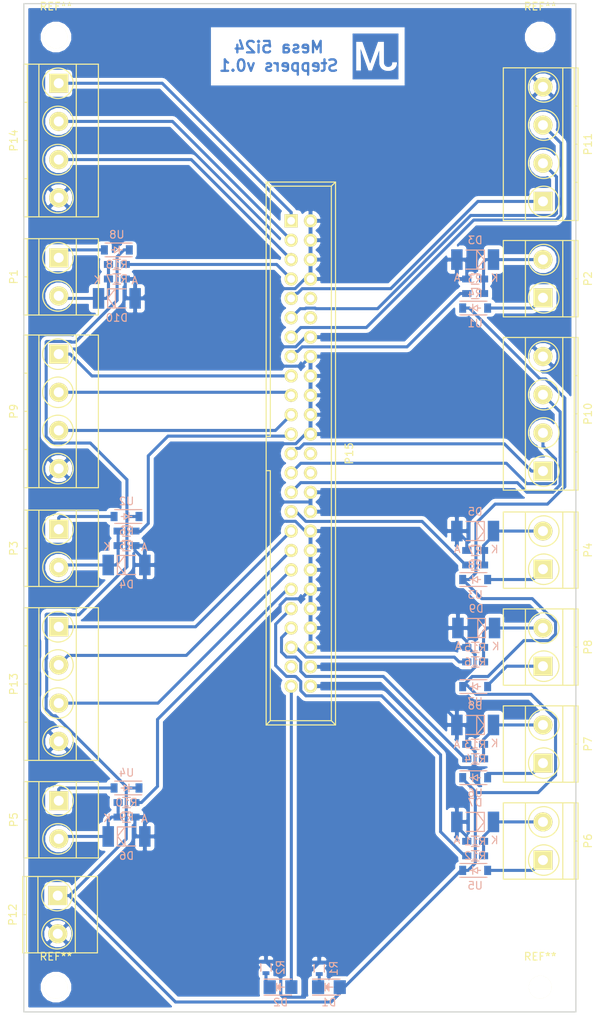
<source format=kicad_pcb>
(kicad_pcb (version 4) (host pcbnew 4.0.4+e1-6308~48~ubuntu16.04.1-stable)
  (layers (0 F.Cu signal) (31 B.Cu signal) (34 B.Paste user) (35 F.Paste user) (36 B.SilkS user) (37 F.SilkS user) (38 B.Mask user) (39 F.Mask user) (44 Edge.Cuts user))
  (net 0 "")
  (net 1 +12V)
  (net 2 "Net-(D1-Pad1)")
  (net 3 +5V)
  (net 4 "Net-(D2-Pad1)")
  (net 5 /Y_HOME/SWITCH_B)
  (net 6 GND)
  (net 7 /Z_HOME/SWITCH_B)
  (net 8 /A_HOME/SWITCH_B)
  (net 9 /B_HOME/SWITCH_B)
  (net 10 /TOOL_PROBE/SWITCH_B)
  (net 11 /PIECE_PROBE/SWITCH_B)
  (net 12 /E_STOP/SWITCH_B)
  (net 13 /X_HOME/SWITCH_B)
  (net 14 /X_HOME/SWITCH_A)
  (net 15 /Y_HOME/SWITCH_A)
  (net 16 /Z_HOME/SWITCH_A)
  (net 17 /A_HOME/SWITCH_A)
  (net 18 /B_HOME/SWITCH_A)
  (net 19 /TOOL_PROBE/SWITCH_A)
  (net 20 /PIECE_PROBE/SWITCH_A)
  (net 21 /E_STOP/SWITCH_A)
  (net 22 /EN_Z)
  (net 23 /STEP_Z)
  (net 24 /DIR_Z)
  (net 25 /EN_A)
  (net 26 /STEP_A)
  (net 27 /DIR_A)
  (net 28 /EN_Y)
  (net 29 /STEP_Y)
  (net 30 /DIR_Y)
  (net 31 /EN_B)
  (net 32 /STEP_B)
  (net 33 /DIR_B)
  (net 34 /EN_X)
  (net 35 /STEP_X)
  (net 36 /DIR_X)
  (net 37 HOME_X)
  (net 38 HOME_Y)
  (net 39 HOME_Z)
  (net 40 HOME_A)
  (net 41 HOME_B)
  (net 42 TOOL_PROBE)
  (net 43 PIECE_PROBE)
  (net 44 E_STOP)
  (module Connectors:IDC_Header_Straight_50pins (layer F.Cu) (at 93.978 71.12 270)
    (fp_text reference P15 (at 30.48 -7.62 270) (layer F.SilkS))
    (fp_text value CONN_02X25)
    (pad 1 thru_hole rect (at 0 0 270) (size 1.7272 1.7272) (drill 1.016) (layers *.Cu *.Mask F.SilkS) (net 35 /STEP_X))
    (pad 2 thru_hole oval (at 0 -2.54 270) (size 1.7272 1.7272) (drill 1.016) (layers *.Cu *.Mask F.SilkS) (net 6 GND))
    (pad 3 thru_hole oval (at 2.54 0 270) (size 1.7272 1.7272) (drill 1.016) (layers *.Cu *.Mask F.SilkS) (net 36 /DIR_X))
    (pad 4 thru_hole oval (at 2.54 -2.54 270) (size 1.7272 1.7272) (drill 1.016) (layers *.Cu *.Mask F.SilkS) (net 6 GND))
    (pad 5 thru_hole oval (at 5.08 0 270) (size 1.7272 1.7272) (drill 1.016) (layers *.Cu *.Mask F.SilkS) (net 34 /EN_X))
    (pad 6 thru_hole oval (at 5.08 -2.54 270) (size 1.7272 1.7272) (drill 1.016) (layers *.Cu *.Mask F.SilkS) (net 6 GND))
    (pad 7 thru_hole oval (at 7.62 0 270) (size 1.7272 1.7272) (drill 1.016) (layers *.Cu *.Mask F.SilkS) (net 37 HOME_X))
    (pad 8 thru_hole oval (at 7.62 -2.54 270) (size 1.7272 1.7272) (drill 1.016) (layers *.Cu *.Mask F.SilkS) (net 6 GND))
    (pad 9 thru_hole oval (at 10.16 0 270) (size 1.7272 1.7272) (drill 1.016) (layers *.Cu *.Mask F.SilkS) (net 29 /STEP_Y))
    (pad 10 thru_hole oval (at 10.16 -2.54 270) (size 1.7272 1.7272) (drill 1.016) (layers *.Cu *.Mask F.SilkS))
    (pad 11 thru_hole oval (at 12.7 0 270) (size 1.7272 1.7272) (drill 1.016) (layers *.Cu *.Mask F.SilkS) (net 30 /DIR_Y))
    (pad 12 thru_hole oval (at 12.7 -2.54 270) (size 1.7272 1.7272) (drill 1.016) (layers *.Cu *.Mask F.SilkS))
    (pad 13 thru_hole oval (at 15.24 0 270) (size 1.7272 1.7272) (drill 1.016) (layers *.Cu *.Mask F.SilkS) (net 28 /EN_Y))
    (pad 14 thru_hole oval (at 15.24 -2.54 270) (size 1.7272 1.7272) (drill 1.016) (layers *.Cu *.Mask F.SilkS) (net 6 GND))
    (pad 15 thru_hole oval (at 17.78 0 270) (size 1.7272 1.7272) (drill 1.016) (layers *.Cu *.Mask F.SilkS) (net 38 HOME_Y))
    (pad 16 thru_hole oval (at 17.78 -2.54 270) (size 1.7272 1.7272) (drill 1.016) (layers *.Cu *.Mask F.SilkS) (net 6 GND))
    (pad 17 thru_hole oval (at 20.32 0 270) (size 1.7272 1.7272) (drill 1.016) (layers *.Cu *.Mask F.SilkS) (net 23 /STEP_Z))
    (pad 18 thru_hole oval (at 20.32 -2.54 270) (size 1.7272 1.7272) (drill 1.016) (layers *.Cu *.Mask F.SilkS) (net 6 GND))
    (pad 19 thru_hole oval (at 22.86 0 270) (size 1.7272 1.7272) (drill 1.016) (layers *.Cu *.Mask F.SilkS) (net 24 /DIR_Z))
    (pad 20 thru_hole oval (at 22.86 -2.54 270) (size 1.7272 1.7272) (drill 1.016) (layers *.Cu *.Mask F.SilkS) (net 6 GND))
    (pad 21 thru_hole oval (at 25.4 0 270) (size 1.7272 1.7272) (drill 1.016) (layers *.Cu *.Mask F.SilkS) (net 22 /EN_Z))
    (pad 22 thru_hole oval (at 25.4 -2.54 270) (size 1.7272 1.7272) (drill 1.016) (layers *.Cu *.Mask F.SilkS) (net 6 GND))
    (pad 23 thru_hole oval (at 27.94 0 270) (size 1.7272 1.7272) (drill 1.016) (layers *.Cu *.Mask F.SilkS) (net 39 HOME_Z))
    (pad 24 thru_hole oval (at 27.94 -2.54 270) (size 1.7272 1.7272) (drill 1.016) (layers *.Cu *.Mask F.SilkS) (net 6 GND))
    (pad 25 thru_hole oval (at 30.48 0 270) (size 1.7272 1.7272) (drill 1.016) (layers *.Cu *.Mask F.SilkS) (net 26 /STEP_A))
    (pad 26 thru_hole oval (at 30.48 -2.54 270) (size 1.7272 1.7272) (drill 1.016) (layers *.Cu *.Mask F.SilkS))
    (pad 27 thru_hole oval (at 33.02 0 270) (size 1.7272 1.7272) (drill 1.016) (layers *.Cu *.Mask F.SilkS) (net 27 /DIR_A))
    (pad 28 thru_hole oval (at 33.02 -2.54 270) (size 1.7272 1.7272) (drill 1.016) (layers *.Cu *.Mask F.SilkS))
    (pad 29 thru_hole oval (at 35.56 0 270) (size 1.7272 1.7272) (drill 1.016) (layers *.Cu *.Mask F.SilkS) (net 25 /EN_A))
    (pad 30 thru_hole oval (at 35.56 -2.54 270) (size 1.7272 1.7272) (drill 1.016) (layers *.Cu *.Mask F.SilkS) (net 6 GND))
    (pad 31 thru_hole oval (at 38.1 0 270) (size 1.7272 1.7272) (drill 1.016) (layers *.Cu *.Mask F.SilkS) (net 40 HOME_A))
    (pad 32 thru_hole oval (at 38.1 -2.54 270) (size 1.7272 1.7272) (drill 1.016) (layers *.Cu *.Mask F.SilkS) (net 6 GND))
    (pad 33 thru_hole oval (at 40.64 0 270) (size 1.7272 1.7272) (drill 1.016) (layers *.Cu *.Mask F.SilkS) (net 32 /STEP_B))
    (pad 34 thru_hole oval (at 40.64 -2.54 270) (size 1.7272 1.7272) (drill 1.016) (layers *.Cu *.Mask F.SilkS) (net 6 GND))
    (pad 35 thru_hole oval (at 43.18 0 270) (size 1.7272 1.7272) (drill 1.016) (layers *.Cu *.Mask F.SilkS) (net 33 /DIR_B))
    (pad 36 thru_hole oval (at 43.18 -2.54 270) (size 1.7272 1.7272) (drill 1.016) (layers *.Cu *.Mask F.SilkS) (net 6 GND))
    (pad 37 thru_hole oval (at 45.72 0 270) (size 1.7272 1.7272) (drill 1.016) (layers *.Cu *.Mask F.SilkS) (net 31 /EN_B))
    (pad 38 thru_hole oval (at 45.72 -2.54 270) (size 1.7272 1.7272) (drill 1.016) (layers *.Cu *.Mask F.SilkS) (net 6 GND))
    (pad 39 thru_hole oval (at 48.26 0 270) (size 1.7272 1.7272) (drill 1.016) (layers *.Cu *.Mask F.SilkS) (net 41 HOME_B))
    (pad 40 thru_hole oval (at 48.26 -2.54 270) (size 1.7272 1.7272) (drill 1.016) (layers *.Cu *.Mask F.SilkS) (net 6 GND))
    (pad 41 thru_hole oval (at 50.8 0 270) (size 1.7272 1.7272) (drill 1.016) (layers *.Cu *.Mask F.SilkS) (net 42 TOOL_PROBE))
    (pad 42 thru_hole oval (at 50.8 -2.54 270) (size 1.7272 1.7272) (drill 1.016) (layers *.Cu *.Mask F.SilkS) (net 6 GND))
    (pad 43 thru_hole oval (at 53.34 0 270) (size 1.7272 1.7272) (drill 1.016) (layers *.Cu *.Mask F.SilkS) (net 43 PIECE_PROBE))
    (pad 44 thru_hole oval (at 53.34 -2.54 270) (size 1.7272 1.7272) (drill 1.016) (layers *.Cu *.Mask F.SilkS) (net 6 GND))
    (pad 45 thru_hole oval (at 55.88 0 270) (size 1.7272 1.7272) (drill 1.016) (layers *.Cu *.Mask F.SilkS) (net 44 E_STOP))
    (pad 46 thru_hole oval (at 55.88 -2.54 270) (size 1.7272 1.7272) (drill 1.016) (layers *.Cu *.Mask F.SilkS) (net 6 GND))
    (pad 47 thru_hole oval (at 58.42 0 270) (size 1.7272 1.7272) (drill 1.016) (layers *.Cu *.Mask F.SilkS))
    (pad 48 thru_hole oval (at 58.42 -2.54 270) (size 1.7272 1.7272) (drill 1.016) (layers *.Cu *.Mask F.SilkS) (net 6 GND))
    (pad 49 thru_hole oval (at 60.96 0 270) (size 1.7272 1.7272) (drill 1.016) (layers *.Cu *.Mask F.SilkS) (net 3 +5V))
    (pad 50 thru_hole oval (at 60.96 -2.54 270) (size 1.7272 1.7272) (drill 1.016) (layers *.Cu *.Mask F.SilkS) (net 6 GND))
  )
  (module LEDs:LED_1206 (layer B.Cu) (at 98.933 171.502)
    (fp_text reference D1 (at 0 2) (layer B.SilkS) (effects (justify mirror)))
    (fp_text value LED)
    (pad 2 smd rect (at 1.41986 0 180) (size 1.59766 1.80086) (layers B.Cu B.Paste B.Mask) (net 1 +12V))
    (pad 1 smd rect (at -1.41986 0 180) (size 1.59766 1.80086) (layers B.Cu B.Paste B.Mask) (net 2 "Net-(D1-Pad1)"))
  )
  (module LEDs:LED_1206 (layer B.Cu) (at 92.583 171.502)
    (fp_text reference D2 (at 0 2) (layer B.SilkS) (effects (justify mirror)))
    (fp_text value LED)
    (pad 2 smd rect (at 1.41986 0 180) (size 1.59766 1.80086) (layers B.Cu B.Paste B.Mask) (net 3 +5V))
    (pad 1 smd rect (at -1.41986 0 180) (size 1.59766 1.80086) (layers B.Cu B.Paste B.Mask) (net 4 "Net-(D2-Pad1)"))
  )
  (module Diodes_SMD:MELF_Standard (layer B.Cu) (at 118.11 76.2 180)
    (fp_text reference D3 (at 0 2.54 180) (layer B.SilkS) (effects (justify mirror)))
    (fp_text value 4.9V)
    (fp_text user K (at -2.55 -2.4 180) (layer B.SilkS) (effects (justify mirror)))
    (fp_text user A (at 2.35 -2.35 180) (layer B.SilkS) (effects (justify mirror)))
    (pad 1 smd rect (at -2.4003 0 180) (size 1.50114 2.70002) (layers B.Cu B.Paste B.Mask) (net 5 /Y_HOME/SWITCH_B))
    (pad 2 smd rect (at 2.4003 0 180) (size 1.50114 2.70002) (layers B.Cu B.Paste B.Mask) (net 6 GND))
  )
  (module Diodes_SMD:MELF_Standard (layer B.Cu) (at 72.39 116.205)
    (fp_text reference D4 (at 0 2.54) (layer B.SilkS) (effects (justify mirror)))
    (fp_text value 4.9V)
    (fp_text user K (at -2.55 -2.4) (layer B.SilkS) (effects (justify mirror)))
    (fp_text user A (at 2.35 -2.35) (layer B.SilkS) (effects (justify mirror)))
    (pad 1 smd rect (at -2.4003 0) (size 1.50114 2.70002) (layers B.Cu B.Paste B.Mask) (net 7 /Z_HOME/SWITCH_B))
    (pad 2 smd rect (at 2.4003 0) (size 1.50114 2.70002) (layers B.Cu B.Paste B.Mask) (net 6 GND))
  )
  (module Diodes_SMD:MELF_Standard (layer B.Cu) (at 118.11 111.76 180)
    (fp_text reference D5 (at 0 2.54 180) (layer B.SilkS) (effects (justify mirror)))
    (fp_text value 4.9V)
    (fp_text user K (at -2.55 -2.4 180) (layer B.SilkS) (effects (justify mirror)))
    (fp_text user A (at 2.35 -2.35 180) (layer B.SilkS) (effects (justify mirror)))
    (pad 1 smd rect (at -2.4003 0 180) (size 1.50114 2.70002) (layers B.Cu B.Paste B.Mask) (net 8 /A_HOME/SWITCH_B))
    (pad 2 smd rect (at 2.4003 0 180) (size 1.50114 2.70002) (layers B.Cu B.Paste B.Mask) (net 6 GND))
  )
  (module Diodes_SMD:MELF_Standard (layer B.Cu) (at 72.39 151.765)
    (fp_text reference D6 (at 0 2.54) (layer B.SilkS) (effects (justify mirror)))
    (fp_text value 4.9V)
    (fp_text user K (at -2.55 -2.4) (layer B.SilkS) (effects (justify mirror)))
    (fp_text user A (at 2.35 -2.35) (layer B.SilkS) (effects (justify mirror)))
    (pad 1 smd rect (at -2.4003 0) (size 1.50114 2.70002) (layers B.Cu B.Paste B.Mask) (net 9 /B_HOME/SWITCH_B))
    (pad 2 smd rect (at 2.4003 0) (size 1.50114 2.70002) (layers B.Cu B.Paste B.Mask) (net 6 GND))
  )
  (module Diodes_SMD:MELF_Standard (layer B.Cu) (at 118.11 149.86 180)
    (fp_text reference D7 (at 0 2.54 180) (layer B.SilkS) (effects (justify mirror)))
    (fp_text value 4.9V)
    (fp_text user K (at -2.55 -2.4 180) (layer B.SilkS) (effects (justify mirror)))
    (fp_text user A (at 2.392 -2.362 180) (layer B.SilkS) (effects (justify mirror)))
    (pad 1 smd rect (at -2.4003 0 180) (size 1.50114 2.70002) (layers B.Cu B.Paste B.Mask) (net 10 /TOOL_PROBE/SWITCH_B))
    (pad 2 smd rect (at 2.4003 0 180) (size 1.50114 2.70002) (layers B.Cu B.Paste B.Mask) (net 6 GND))
  )
  (module Diodes_SMD:MELF_Standard (layer B.Cu) (at 118.11 137.16 180)
    (fp_text reference D8 (at 0 2.54 180) (layer B.SilkS) (effects (justify mirror)))
    (fp_text value 4.9V)
    (fp_text user K (at -2.55 -2.4 180) (layer B.SilkS) (effects (justify mirror)))
    (fp_text user A (at 2.4003 -2.54 180) (layer B.SilkS) (effects (justify mirror)))
    (pad 1 smd rect (at -2.4003 0 180) (size 1.50114 2.70002) (layers B.Cu B.Paste B.Mask) (net 11 /PIECE_PROBE/SWITCH_B))
    (pad 2 smd rect (at 2.4003 0 180) (size 1.50114 2.70002) (layers B.Cu B.Paste B.Mask) (net 6 GND))
  )
  (module Diodes_SMD:MELF_Standard (layer B.Cu) (at 118.2497 124.46 180)
    (fp_text reference D9 (at 0 2.54 180) (layer B.SilkS) (effects (justify mirror)))
    (fp_text value 4.9V)
    (fp_text user K (at -2.55 -2.4 180) (layer B.SilkS) (effects (justify mirror)))
    (fp_text user A (at 2.35 -2.35 180) (layer B.SilkS) (effects (justify mirror)))
    (pad 1 smd rect (at -2.4003 0 180) (size 1.50114 2.70002) (layers B.Cu B.Paste B.Mask) (net 12 /E_STOP/SWITCH_B))
    (pad 2 smd rect (at 2.4003 0 180) (size 1.50114 2.70002) (layers B.Cu B.Paste B.Mask) (net 6 GND))
  )
  (module Diodes_SMD:MELF_Standard (layer B.Cu) (at 71.12 81.28)
    (fp_text reference D10 (at 0 2.54) (layer B.SilkS) (effects (justify mirror)))
    (fp_text value 4.9V)
    (fp_text user K (at -2.55 -2.4) (layer B.SilkS) (effects (justify mirror)))
    (fp_text user A (at 2.35 -2.35) (layer B.SilkS) (effects (justify mirror)))
    (pad 1 smd rect (at -2.4003 0) (size 1.50114 2.70002) (layers B.Cu B.Paste B.Mask) (net 13 /X_HOME/SWITCH_B))
    (pad 2 smd rect (at 2.4003 0) (size 1.50114 2.70002) (layers B.Cu B.Paste B.Mask) (net 6 GND))
  )
  (module Terminal_Blocks:TerminalBlock_Pheonix_MKDS1.5-2pol (layer F.Cu) (at 63.5 75.96 270)
    (fp_text reference P1 (at 2.5 5.9 270) (layer F.SilkS))
    (fp_text value X_HOME)
    (pad 1 thru_hole rect (at 0 0 270) (size 2.5 2.5) (drill 1.3) (layers *.Cu *.Mask F.SilkS) (net 14 /X_HOME/SWITCH_A))
    (pad 2 thru_hole circle (at 5 0 270) (size 2.5 2.5) (drill 1.3) (layers *.Cu *.Mask F.SilkS) (net 13 /X_HOME/SWITCH_B))
  )
  (module Terminal_Blocks:TerminalBlock_Pheonix_MKDS1.5-2pol (layer F.Cu) (at 127 81.2 90)
    (fp_text reference P2 (at 2.5 5.9 90) (layer F.SilkS))
    (fp_text value Y_HOME)
    (pad 1 thru_hole rect (at 0 0 90) (size 2.5 2.5) (drill 1.3) (layers *.Cu *.Mask F.SilkS) (net 15 /Y_HOME/SWITCH_A))
    (pad 2 thru_hole circle (at 5 0 90) (size 2.5 2.5) (drill 1.3) (layers *.Cu *.Mask F.SilkS) (net 5 /Y_HOME/SWITCH_B))
  )
  (module Terminal_Blocks:TerminalBlock_Pheonix_MKDS1.5-2pol (layer F.Cu) (at 63.5 111.52 270)
    (fp_text reference P3 (at 2.5 5.9 270) (layer F.SilkS))
    (fp_text value Z_HOME)
    (pad 1 thru_hole rect (at 0 0 270) (size 2.5 2.5) (drill 1.3) (layers *.Cu *.Mask F.SilkS) (net 16 /Z_HOME/SWITCH_A))
    (pad 2 thru_hole circle (at 5 0 270) (size 2.5 2.5) (drill 1.3) (layers *.Cu *.Mask F.SilkS) (net 7 /Z_HOME/SWITCH_B))
  )
  (module Terminal_Blocks:TerminalBlock_Pheonix_MKDS1.5-2pol (layer F.Cu) (at 127 116.76 90)
    (fp_text reference P4 (at 2.5 5.9 90) (layer F.SilkS))
    (fp_text value A_HOME)
    (pad 1 thru_hole rect (at 0 0 90) (size 2.5 2.5) (drill 1.3) (layers *.Cu *.Mask F.SilkS) (net 17 /A_HOME/SWITCH_A))
    (pad 2 thru_hole circle (at 5 0 90) (size 2.5 2.5) (drill 1.3) (layers *.Cu *.Mask F.SilkS) (net 8 /A_HOME/SWITCH_B))
  )
  (module Terminal_Blocks:TerminalBlock_Pheonix_MKDS1.5-2pol (layer F.Cu) (at 63.5 147.08 270)
    (fp_text reference P5 (at 2.5 5.9 270) (layer F.SilkS))
    (fp_text value B_HOME)
    (pad 1 thru_hole rect (at 0 0 270) (size 2.5 2.5) (drill 1.3) (layers *.Cu *.Mask F.SilkS) (net 18 /B_HOME/SWITCH_A))
    (pad 2 thru_hole circle (at 5 0 270) (size 2.5 2.5) (drill 1.3) (layers *.Cu *.Mask F.SilkS) (net 9 /B_HOME/SWITCH_B))
  )
  (module Terminal_Blocks:TerminalBlock_Pheonix_MKDS1.5-2pol (layer F.Cu) (at 127 154.86 90)
    (fp_text reference P6 (at 2.5 5.9 90) (layer F.SilkS))
    (fp_text value TOOL_PROBE)
    (pad 1 thru_hole rect (at 0 0 90) (size 2.5 2.5) (drill 1.3) (layers *.Cu *.Mask F.SilkS) (net 19 /TOOL_PROBE/SWITCH_A))
    (pad 2 thru_hole circle (at 5 0 90) (size 2.5 2.5) (drill 1.3) (layers *.Cu *.Mask F.SilkS) (net 10 /TOOL_PROBE/SWITCH_B))
  )
  (module Terminal_Blocks:TerminalBlock_Pheonix_MKDS1.5-2pol (layer F.Cu) (at 127 142.16 90)
    (fp_text reference P7 (at 2.5 5.9 90) (layer F.SilkS))
    (fp_text value PIECE_PROBE)
    (pad 1 thru_hole rect (at 0 0 90) (size 2.5 2.5) (drill 1.3) (layers *.Cu *.Mask F.SilkS) (net 20 /PIECE_PROBE/SWITCH_A))
    (pad 2 thru_hole circle (at 5 0 90) (size 2.5 2.5) (drill 1.3) (layers *.Cu *.Mask F.SilkS) (net 11 /PIECE_PROBE/SWITCH_B))
  )
  (module Terminal_Blocks:TerminalBlock_Pheonix_MKDS1.5-2pol (layer F.Cu) (at 127 129.46 90)
    (fp_text reference P8 (at 2.5 5.9 90) (layer F.SilkS))
    (fp_text value E_STOP)
    (pad 1 thru_hole rect (at 0 0 90) (size 2.5 2.5) (drill 1.3) (layers *.Cu *.Mask F.SilkS) (net 21 /E_STOP/SWITCH_A))
    (pad 2 thru_hole circle (at 5 0 90) (size 2.5 2.5) (drill 1.3) (layers *.Cu *.Mask F.SilkS) (net 12 /E_STOP/SWITCH_B))
  )
  (module Terminal_Blocks:TerminalBlock_Pheonix_MKDS1.5-4pol (layer F.Cu) (at 63.5 88.58 270)
    (fp_text reference P9 (at 7.5 5.9 270) (layer F.SilkS))
    (fp_text value Z)
    (pad 4 thru_hole circle (at 15 0 270) (size 2.5 2.5) (drill 1.3) (layers *.Cu *.Mask F.SilkS) (net 6 GND))
    (pad 3 thru_hole circle (at 10 0 270) (size 2.5 2.5) (drill 1.3) (layers *.Cu *.Mask F.SilkS) (net 22 /EN_Z))
    (pad 1 thru_hole rect (at 0 0 270) (size 2.5 2.5) (drill 1.3) (layers *.Cu *.Mask F.SilkS) (net 23 /STEP_Z))
    (pad 2 thru_hole circle (at 5 0 270) (size 2.5 2.5) (drill 1.3) (layers *.Cu *.Mask F.SilkS) (net 24 /DIR_Z))
  )
  (module Terminal_Blocks:TerminalBlock_Pheonix_MKDS1.5-4pol (layer F.Cu) (at 127 103.9 90)
    (fp_text reference P10 (at 7.5 5.9 90) (layer F.SilkS))
    (fp_text value A)
    (pad 4 thru_hole circle (at 15 0 90) (size 2.5 2.5) (drill 1.3) (layers *.Cu *.Mask F.SilkS) (net 6 GND))
    (pad 3 thru_hole circle (at 10 0 90) (size 2.5 2.5) (drill 1.3) (layers *.Cu *.Mask F.SilkS) (net 25 /EN_A))
    (pad 1 thru_hole rect (at 0 0 90) (size 2.5 2.5) (drill 1.3) (layers *.Cu *.Mask F.SilkS) (net 26 /STEP_A))
    (pad 2 thru_hole circle (at 5 0 90) (size 2.5 2.5) (drill 1.3) (layers *.Cu *.Mask F.SilkS) (net 27 /DIR_A))
  )
  (module Terminal_Blocks:TerminalBlock_Pheonix_MKDS1.5-4pol (layer F.Cu) (at 127 68.58 90)
    (fp_text reference P11 (at 7.5 5.9 90) (layer F.SilkS))
    (fp_text value Y)
    (pad 4 thru_hole circle (at 15 0 90) (size 2.5 2.5) (drill 1.3) (layers *.Cu *.Mask F.SilkS) (net 6 GND))
    (pad 3 thru_hole circle (at 10 0 90) (size 2.5 2.5) (drill 1.3) (layers *.Cu *.Mask F.SilkS) (net 28 /EN_Y))
    (pad 1 thru_hole rect (at 0 0 90) (size 2.5 2.5) (drill 1.3) (layers *.Cu *.Mask F.SilkS) (net 29 /STEP_Y))
    (pad 2 thru_hole circle (at 5 0 90) (size 2.5 2.5) (drill 1.3) (layers *.Cu *.Mask F.SilkS) (net 30 /DIR_Y))
  )
  (module Terminal_Blocks:TerminalBlock_Pheonix_MKDS1.5-2pol (layer F.Cu) (at 63.373 159.512 270)
    (fp_text reference P12 (at 2.5 5.9 270) (layer F.SilkS))
    (fp_text value POWER_IN)
    (pad 1 thru_hole rect (at 0 0 270) (size 2.5 2.5) (drill 1.3) (layers *.Cu *.Mask F.SilkS) (net 1 +12V))
    (pad 2 thru_hole circle (at 5 0 270) (size 2.5 2.5) (drill 1.3) (layers *.Cu *.Mask F.SilkS) (net 6 GND))
  )
  (module Terminal_Blocks:TerminalBlock_Pheonix_MKDS1.5-4pol (layer F.Cu) (at 63.5 124.3 270)
    (fp_text reference P13 (at 7.5 5.9 270) (layer F.SilkS))
    (fp_text value B)
    (pad 4 thru_hole circle (at 15 0 270) (size 2.5 2.5) (drill 1.3) (layers *.Cu *.Mask F.SilkS) (net 6 GND))
    (pad 3 thru_hole circle (at 10 0 270) (size 2.5 2.5) (drill 1.3) (layers *.Cu *.Mask F.SilkS) (net 31 /EN_B))
    (pad 1 thru_hole rect (at 0 0 270) (size 2.5 2.5) (drill 1.3) (layers *.Cu *.Mask F.SilkS) (net 32 /STEP_B))
    (pad 2 thru_hole circle (at 5 0 270) (size 2.5 2.5) (drill 1.3) (layers *.Cu *.Mask F.SilkS) (net 33 /DIR_B))
  )
  (module Terminal_Blocks:TerminalBlock_Pheonix_MKDS1.5-4pol (layer F.Cu) (at 63.5 53.1 270)
    (fp_text reference P14 (at 7.5 5.9 270) (layer F.SilkS))
    (fp_text value X)
    (pad 4 thru_hole circle (at 15 0 270) (size 2.5 2.5) (drill 1.3) (layers *.Cu *.Mask F.SilkS) (net 6 GND))
    (pad 3 thru_hole circle (at 10 0 270) (size 2.5 2.5) (drill 1.3) (layers *.Cu *.Mask F.SilkS) (net 34 /EN_X))
    (pad 1 thru_hole rect (at 0 0 270) (size 2.5 2.5) (drill 1.3) (layers *.Cu *.Mask F.SilkS) (net 35 /STEP_X))
    (pad 2 thru_hole circle (at 5 0 270) (size 2.5 2.5) (drill 1.3) (layers *.Cu *.Mask F.SilkS) (net 36 /DIR_X))
  )
  (module Resistors_SMD:R_0603 (layer B.Cu) (at 97.663 169.037 90)
    (fp_text reference R1 (at 0 1.9 90) (layer B.SilkS) (effects (justify mirror)))
    (fp_text value 620R)
    (pad 1 smd rect (at -0.75 0 90) (size 0.5 0.9) (layers B.Cu B.Paste B.Mask) (net 2 "Net-(D1-Pad1)"))
    (pad 2 smd rect (at 0.75 0 90) (size 0.5 0.9) (layers B.Cu B.Paste B.Mask) (net 6 GND))
  )
  (module Resistors_SMD:R_0603 (layer B.Cu) (at 90.678 168.922 90)
    (fp_text reference R2 (at 0 1.9 90) (layer B.SilkS) (effects (justify mirror)))
    (fp_text value 220R)
    (pad 1 smd rect (at -0.75 0 90) (size 0.5 0.9) (layers B.Cu B.Paste B.Mask) (net 4 "Net-(D2-Pad1)"))
    (pad 2 smd rect (at 0.75 0 90) (size 0.5 0.9) (layers B.Cu B.Paste B.Mask) (net 6 GND))
  )
  (module Resistors_SMD:R_0603_HandSoldering (layer B.Cu) (at 118.11 80.645 180)
    (fp_text reference R3 (at 0 1.9 180) (layer B.SilkS) (effects (justify mirror)))
    (fp_text value 1k)
    (pad 1 smd rect (at -1.1 0 180) (size 1.2 0.9) (layers B.Cu B.Paste B.Mask) (net 5 /Y_HOME/SWITCH_B))
    (pad 2 smd rect (at 1.1 0 180) (size 1.2 0.9) (layers B.Cu B.Paste B.Mask) (net 38 HOME_Y))
  )
  (module Resistors_SMD:R_0603_HandSoldering (layer B.Cu) (at 118.11 78.74)
    (fp_text reference R4 (at 0 1.9) (layer B.SilkS) (effects (justify mirror)))
    (fp_text value 220R)
    (pad 1 smd rect (at -1.1 0) (size 1.2 0.9) (layers B.Cu B.Paste B.Mask) (net 6 GND))
    (pad 2 smd rect (at 1.1 0) (size 1.2 0.9) (layers B.Cu B.Paste B.Mask) (net 5 /Y_HOME/SWITCH_B))
  )
  (module Resistors_SMD:R_0603_HandSoldering (layer B.Cu) (at 72.39 111.76)
    (fp_text reference R5 (at 0 1.9) (layer B.SilkS) (effects (justify mirror)))
    (fp_text value 1k)
    (pad 1 smd rect (at -1.1 0) (size 1.2 0.9) (layers B.Cu B.Paste B.Mask) (net 7 /Z_HOME/SWITCH_B))
    (pad 2 smd rect (at 1.1 0) (size 1.2 0.9) (layers B.Cu B.Paste B.Mask) (net 39 HOME_Z))
  )
  (module Resistors_SMD:R_0603_HandSoldering (layer B.Cu) (at 72.39 113.665 180)
    (fp_text reference R6 (at 0 1.9 180) (layer B.SilkS) (effects (justify mirror)))
    (fp_text value 220R)
    (pad 1 smd rect (at -1.1 0 180) (size 1.2 0.9) (layers B.Cu B.Paste B.Mask) (net 6 GND))
    (pad 2 smd rect (at 1.1 0 180) (size 1.2 0.9) (layers B.Cu B.Paste B.Mask) (net 7 /Z_HOME/SWITCH_B))
  )
  (module Resistors_SMD:R_0603_HandSoldering (layer B.Cu) (at 118.11 116.205 180)
    (fp_text reference R7 (at 0 1.9 180) (layer B.SilkS) (effects (justify mirror)))
    (fp_text value 1k)
    (pad 1 smd rect (at -1.1 0 180) (size 1.2 0.9) (layers B.Cu B.Paste B.Mask) (net 8 /A_HOME/SWITCH_B))
    (pad 2 smd rect (at 1.1 0 180) (size 1.2 0.9) (layers B.Cu B.Paste B.Mask) (net 40 HOME_A))
  )
  (module Resistors_SMD:R_0603_HandSoldering (layer B.Cu) (at 118.11 114.3)
    (fp_text reference R8 (at 0 1.9) (layer B.SilkS) (effects (justify mirror)))
    (fp_text value 220R)
    (pad 1 smd rect (at -1.1 0) (size 1.2 0.9) (layers B.Cu B.Paste B.Mask) (net 6 GND))
    (pad 2 smd rect (at 1.1 0) (size 1.2 0.9) (layers B.Cu B.Paste B.Mask) (net 8 /A_HOME/SWITCH_B))
  )
  (module Resistors_SMD:R_0603_HandSoldering (layer B.Cu) (at 72.39 147.32)
    (fp_text reference R9 (at 0 1.9) (layer B.SilkS) (effects (justify mirror)))
    (fp_text value 1k)
    (pad 1 smd rect (at -1.1 0) (size 1.2 0.9) (layers B.Cu B.Paste B.Mask) (net 9 /B_HOME/SWITCH_B))
    (pad 2 smd rect (at 1.1 0) (size 1.2 0.9) (layers B.Cu B.Paste B.Mask) (net 41 HOME_B))
  )
  (module Resistors_SMD:R_0603_HandSoldering (layer B.Cu) (at 72.39 149.225 180)
    (fp_text reference R10 (at 0 1.9 180) (layer B.SilkS) (effects (justify mirror)))
    (fp_text value 220R)
    (pad 1 smd rect (at -1.1 0 180) (size 1.2 0.9) (layers B.Cu B.Paste B.Mask) (net 6 GND))
    (pad 2 smd rect (at 1.1 0 180) (size 1.2 0.9) (layers B.Cu B.Paste B.Mask) (net 9 /B_HOME/SWITCH_B))
  )
  (module Resistors_SMD:R_0603_HandSoldering (layer B.Cu) (at 118.11 154.305 180)
    (fp_text reference R11 (at 0 1.9 180) (layer B.SilkS) (effects (justify mirror)))
    (fp_text value 1k)
    (pad 1 smd rect (at -1.1 0 180) (size 1.2 0.9) (layers B.Cu B.Paste B.Mask) (net 10 /TOOL_PROBE/SWITCH_B))
    (pad 2 smd rect (at 1.1 0 180) (size 1.2 0.9) (layers B.Cu B.Paste B.Mask) (net 42 TOOL_PROBE))
  )
  (module Resistors_SMD:R_0603_HandSoldering (layer B.Cu) (at 118.11 152.4)
    (fp_text reference R12 (at 0 1.9) (layer B.SilkS) (effects (justify mirror)))
    (fp_text value 220R)
    (pad 1 smd rect (at -1.1 0) (size 1.2 0.9) (layers B.Cu B.Paste B.Mask) (net 6 GND))
    (pad 2 smd rect (at 1.1 0) (size 1.2 0.9) (layers B.Cu B.Paste B.Mask) (net 10 /TOOL_PROBE/SWITCH_B))
  )
  (module Resistors_SMD:R_0603_HandSoldering (layer B.Cu) (at 118.11 141.605 180)
    (fp_text reference R13 (at 0 1.9 180) (layer B.SilkS) (effects (justify mirror)))
    (fp_text value 1k)
    (pad 1 smd rect (at -1.1 0 180) (size 1.2 0.9) (layers B.Cu B.Paste B.Mask) (net 11 /PIECE_PROBE/SWITCH_B))
    (pad 2 smd rect (at 1.1 0 180) (size 1.2 0.9) (layers B.Cu B.Paste B.Mask) (net 43 PIECE_PROBE))
  )
  (module Resistors_SMD:R_0603_HandSoldering (layer B.Cu) (at 118.11 139.7)
    (fp_text reference R14 (at 0 1.9) (layer B.SilkS) (effects (justify mirror)))
    (fp_text value 220R)
    (pad 1 smd rect (at -1.1 0) (size 1.2 0.9) (layers B.Cu B.Paste B.Mask) (net 6 GND))
    (pad 2 smd rect (at 1.1 0) (size 1.2 0.9) (layers B.Cu B.Paste B.Mask) (net 11 /PIECE_PROBE/SWITCH_B))
  )
  (module Resistors_SMD:R_0603_HandSoldering (layer B.Cu) (at 118.11 128.905 180)
    (fp_text reference R15 (at 0 1.9 180) (layer B.SilkS) (effects (justify mirror)))
    (fp_text value 1k)
    (pad 1 smd rect (at -1.1 0 180) (size 1.2 0.9) (layers B.Cu B.Paste B.Mask) (net 12 /E_STOP/SWITCH_B))
    (pad 2 smd rect (at 1.1 0 180) (size 1.2 0.9) (layers B.Cu B.Paste B.Mask) (net 44 E_STOP))
  )
  (module Resistors_SMD:R_0603_HandSoldering (layer B.Cu) (at 118.11 127)
    (fp_text reference R16 (at 0 1.9) (layer B.SilkS) (effects (justify mirror)))
    (fp_text value 220R)
    (pad 1 smd rect (at -1.1 0) (size 1.2 0.9) (layers B.Cu B.Paste B.Mask) (net 6 GND))
    (pad 2 smd rect (at 1.1 0) (size 1.2 0.9) (layers B.Cu B.Paste B.Mask) (net 12 /E_STOP/SWITCH_B))
  )
  (module Resistors_SMD:R_0603_HandSoldering (layer B.Cu) (at 71.12 76.835)
    (fp_text reference R17 (at 0 1.9) (layer B.SilkS) (effects (justify mirror)))
    (fp_text value 1k)
    (pad 1 smd rect (at -1.1 0) (size 1.2 0.9) (layers B.Cu B.Paste B.Mask) (net 13 /X_HOME/SWITCH_B))
    (pad 2 smd rect (at 1.1 0) (size 1.2 0.9) (layers B.Cu B.Paste B.Mask) (net 37 HOME_X))
  )
  (module Resistors_SMD:R_0603_HandSoldering (layer B.Cu) (at 71.12 78.74 180)
    (fp_text reference R18 (at 0 1.9 180) (layer B.SilkS) (effects (justify mirror)))
    (fp_text value 220R)
    (pad 1 smd rect (at -1.1 0 180) (size 1.2 0.9) (layers B.Cu B.Paste B.Mask) (net 6 GND))
    (pad 2 smd rect (at 1.1 0 180) (size 1.2 0.9) (layers B.Cu B.Paste B.Mask) (net 13 /X_HOME/SWITCH_B))
  )
  (module Diodes_SMD:SOD-123 (layer B.Cu) (at 118.11 82.55)
    (fp_text reference U1 (at 0 2) (layer B.SilkS) (effects (justify mirror)))
    (fp_text value NSI45030)
    (pad 1 smd rect (at -1.635 0) (size 0.91 1.22) (layers B.Cu B.Paste B.Mask) (net 1 +12V))
    (pad 2 smd rect (at 1.635 0) (size 0.91 1.22) (layers B.Cu B.Paste B.Mask) (net 15 /Y_HOME/SWITCH_A))
  )
  (module Diodes_SMD:SOD-123 (layer B.Cu) (at 72.39 109.855 180)
    (fp_text reference U2 (at 0 2 180) (layer B.SilkS) (effects (justify mirror)))
    (fp_text value NSI45030)
    (pad 1 smd rect (at -1.635 0 180) (size 0.91 1.22) (layers B.Cu B.Paste B.Mask) (net 1 +12V))
    (pad 2 smd rect (at 1.635 0 180) (size 0.91 1.22) (layers B.Cu B.Paste B.Mask) (net 16 /Z_HOME/SWITCH_A))
  )
  (module Diodes_SMD:SOD-123 (layer B.Cu) (at 118.11 118.11)
    (fp_text reference U3 (at 0 2) (layer B.SilkS) (effects (justify mirror)))
    (fp_text value NSI45030)
    (pad 1 smd rect (at -1.635 0) (size 0.91 1.22) (layers B.Cu B.Paste B.Mask) (net 1 +12V))
    (pad 2 smd rect (at 1.635 0) (size 0.91 1.22) (layers B.Cu B.Paste B.Mask) (net 17 /A_HOME/SWITCH_A))
  )
  (module Diodes_SMD:SOD-123 (layer B.Cu) (at 72.39 145.415 180)
    (fp_text reference U4 (at 0 2 180) (layer B.SilkS) (effects (justify mirror)))
    (fp_text value NSI45030)
    (pad 1 smd rect (at -1.635 0 180) (size 0.91 1.22) (layers B.Cu B.Paste B.Mask) (net 1 +12V))
    (pad 2 smd rect (at 1.635 0 180) (size 0.91 1.22) (layers B.Cu B.Paste B.Mask) (net 18 /B_HOME/SWITCH_A))
  )
  (module Diodes_SMD:SOD-123 (layer B.Cu) (at 118.11 156.21)
    (fp_text reference U5 (at 0 2) (layer B.SilkS) (effects (justify mirror)))
    (fp_text value NSI45030)
    (pad 1 smd rect (at -1.635 0) (size 0.91 1.22) (layers B.Cu B.Paste B.Mask) (net 1 +12V))
    (pad 2 smd rect (at 1.635 0) (size 0.91 1.22) (layers B.Cu B.Paste B.Mask) (net 19 /TOOL_PROBE/SWITCH_A))
  )
  (module Diodes_SMD:SOD-123 (layer B.Cu) (at 118.11 144.07)
    (fp_text reference U6 (at 0 2) (layer B.SilkS) (effects (justify mirror)))
    (fp_text value NSI45030)
    (pad 1 smd rect (at -1.635 0) (size 0.91 1.22) (layers B.Cu B.Paste B.Mask) (net 1 +12V))
    (pad 2 smd rect (at 1.635 0) (size 0.91 1.22) (layers B.Cu B.Paste B.Mask) (net 20 /PIECE_PROBE/SWITCH_A))
  )
  (module Diodes_SMD:SOD-123 (layer B.Cu) (at 118.11 132.132)
    (fp_text reference U7 (at 0 2) (layer B.SilkS) (effects (justify mirror)))
    (fp_text value NSI45030)
    (pad 1 smd rect (at -1.635 0) (size 0.91 1.22) (layers B.Cu B.Paste B.Mask) (net 1 +12V))
    (pad 2 smd rect (at 1.635 0) (size 0.91 1.22) (layers B.Cu B.Paste B.Mask) (net 21 /E_STOP/SWITCH_A))
  )
  (module Diodes_SMD:SOD-123 (layer B.Cu) (at 71.12 74.93 180)
    (fp_text reference U8 (at 0 2 180) (layer B.SilkS) (effects (justify mirror)))
    (fp_text value NSI45030)
    (pad 1 smd rect (at -1.635 0 180) (size 0.91 1.22) (layers B.Cu B.Paste B.Mask) (net 1 +12V))
    (pad 2 smd rect (at 1.635 0 180) (size 0.91 1.22) (layers B.Cu B.Paste B.Mask) (net 14 /X_HOME/SWITCH_A))
  )
  (module Mounting_Holes:MountingHole_3mm (layer F.Cu) (at 63.138 47.042)
    (fp_text reference REF** (at 0 -4) (layer F.SilkS))
    (fp_text value MountingHole_3mm)
    (pad 1 np_thru_hole circle (at 0 0) (size 3 3) (drill 3) (layers *.Cu *.Mask F.SilkS))
  )
  (module Mounting_Holes:MountingHole_3mm (layer F.Cu) (at 126.638 47.042)
    (fp_text reference REF** (at 0 -4) (layer F.SilkS))
    (fp_text value MountingHole_3mm)
    (pad 1 np_thru_hole circle (at 0 0) (size 3 3) (drill 3) (layers *.Cu *.Mask F.SilkS))
  )
  (module Mounting_Holes:MountingHole_3mm (layer F.Cu) (at 126.638 171.502)
    (fp_text reference REF** (at 0 -4) (layer F.SilkS))
    (fp_text value MountingHole_3mm)
    (pad 1 np_thru_hole circle (at 0 0) (size 3 3) (drill 3) (layers *.Cu *.Mask F.SilkS))
  )
  (module Mounting_Holes:MountingHole_3mm (layer F.Cu) (at 63.138 171.502)
    (fp_text reference REF** (at 0 -4) (layer F.SilkS))
    (fp_text value MountingHole_3mm)
    (pad 1 np_thru_hole circle (at 0 0) (size 3 3) (drill 3) (layers *.Cu *.Mask F.SilkS))
  )
  (module yaqwsx:JM_6 (layer B.Cu) (at 105.048 49.582 180)
    (fp_text reference G*** hide)
    (fp_text value LOGO hide)
    (fp_poly (pts (xy 3.005667 -3.005667) (xy -2.995083 -3.005667) (xy -2.995083 -0.772583) (xy -2.818401 -0.772583) (xy -2.811556 -0.886354) (xy -2.793098 -1.04717) (xy -2.757958 -1.195708) (xy -2.706383 -1.331578) (xy -2.638619 -1.454392) (xy -2.554911 -1.56376) (xy -2.455505 -1.659294) (xy -2.340646 -1.740604) (xy -2.237363 -1.795352) (xy -2.177706 -1.819335) (xy -2.104367 -1.843369) (xy -2.024724 -1.86538) (xy -1.946155 -1.883293) (xy -1.889125 -1.893265) (xy -1.834346 -1.898741) (xy -1.76466 -1.902133) (xy -1.686061 -1.903488) (xy -1.60454 -1.902852) (xy -1.52609 -1.900274) (xy -1.456702 -1.8958) (xy -1.40237 -1.889478) (xy -1.402052 -1.889427) (xy -1.250901 -1.855356) (xy -1.109803 -1.804204) (xy -0.980073 -1.736781) (xy -0.863027 -1.653899) (xy -0.759981 -1.556367) (xy -0.672251 -1.444997) (xy -0.666353 -1.436152) (xy -0.608992 -1.339566) (xy -0.562191 -1.23845) (xy -0.522907 -1.12589) (xy -0.509757 -1.080281) (xy -0.48193 -0.978958) (xy -0.478414 -0.111125) (xy -0.474897 0.756708) (xy -0.001245 -0.545042) (xy 0.472408 -1.846792) (xy 0.934889 -1.846792) (xy 1.449049 -0.433917) (xy 1.520318 -0.238115) (xy 1.584721 -0.061299) (xy 1.642605 0.097446) (xy 1.694317 0.239033) (xy 1.740207 0.364377) (xy 1.780623 0.47439) (xy 1.815913 0.569987) (xy 1.846425 0.652081) (xy 1.872506 0.721586) (xy 1.894507 0.779417) (xy 1.912774 0.826486) (xy 1.927655 0.863707) (xy 1.9395 0.891994) (xy 1.948656 0.912262) (xy 1.955472 0.925423) (xy 1.960295 0.932391) (xy 1.963474 0.93408) (xy 1.965357 0.931405) (xy 1.966292 0.925278) (xy 1.966396 0.923711) (xy 1.966544 0.903844) (xy 1.965919 0.864727) (xy 1.96458 0.808259) (xy 1.962584 0.736341) (xy 1.959991 0.650873) (xy 1.956859 0.553754) (xy 1.953247 0.446886) (xy 1.949214 0.332167) (xy 1.944817 0.211498) (xy 1.942562 0.151128) (xy 1.935631 -0.039707) (xy 1.929895 -0.213919) (xy 1.925266 -0.376011) (xy 1.921653 -0.530488) (xy 1.918967 -0.681853) (xy 1.917119 -0.83461) (xy 1.916019 -0.993264) (xy 1.915579 -1.162318) (xy 1.915561 -1.209146) (xy 1.915583 -1.852083) (xy 2.54 -1.852083) (xy 2.54 1.915583) (xy 2.135187 1.915582) (xy 1.730375 1.91558) (xy 1.223943 0.494769) (xy 1.164464 0.327988) (xy 1.10687 0.166661) (xy 1.051565 0.011913) (xy 0.998954 -0.135128) (xy 0.949443 -0.273336) (xy 0.903436 -0.401584) (xy 0.861339 -0.518746) (xy 0.823556 -0.623695) (xy 0.790493 -0.715305) (xy 0.762555 -0.792449) (xy 0.740147 -0.853999) (xy 0.723675 -0.898831) (xy 0.713542 -0.925817) (xy 0.710208 -0.933893) (xy 0.705847 -0.925059) (xy 0.694806 -0.897411) (xy 0.677497 -0.852078) (xy 0.654331 -0.790188) (xy 0.62572 -0.712872) (xy 0.592075 -0.621257) (xy 0.553809 -0.516473) (xy 0.511332 -0.399648) (xy 0.465057 -0.271913) (xy 0.415395 -0.134395) (xy 0.362758 0.011775) (xy 0.307558 0.16547) (xy 0.250206 0.32556) (xy 0.212382 0.431357) (xy 0.153486 0.59621) (xy 0.096316 0.756209) (xy 0.041301 0.910153) (xy -0.01113 1.056845) (xy -0.060548 1.195084) (xy -0.106525 1.323673) (xy -0.148631 1.441413) (xy -0.186439 1.547103) (xy -0.219518 1.639545) (xy -0.247441 1.717541) (xy -0.269779 1.779891) (xy -0.286102 1.825397) (xy -0.295981 1.852859) (xy -0.298581 1.860021) (xy -0.319021 1.915583) (xy -1.100144 1.915583) (xy -1.103187 0.510646) (xy -1.103638 0.308808) (xy -1.104083 0.127033) (xy -1.104538 -0.035783) (xy -1.105019 -0.180743) (xy -1.105543 -0.308953) (xy -1.106126 -0.421514) (xy -1.106785 -0.519532) (xy -1.107534 -0.60411) (xy -1.108392 -0.676351) (xy -1.109373 -0.73736) (xy -1.110495 -0.78824) (xy -1.111774 -0.830096) (xy -1.113225 -0.864031) (xy -1.114866 -0.891148) (xy -1.116712 -0.912552) (xy -1.118779 -0.929346) (xy -1.121085 -0.942634) (xy -1.123645 -0.953521) (xy -1.124844 -0.957792) (xy -1.164742 -1.063882) (xy -1.217746 -1.156369) (xy -1.282624 -1.23363) (xy -1.358142 -1.294045) (xy -1.397728 -1.316545) (xy -1.47453 -1.349239) (xy -1.549654 -1.368049) (xy -1.630862 -1.374483) (xy -1.688042 -1.372896) (xy -1.79583 -1.35832) (xy -1.891996 -1.328448) (xy -1.975062 -1.28399) (xy -2.043548 -1.225651) (xy -2.074385 -1.188016) (xy -2.108425 -1.134736) (xy -2.135014 -1.078723) (xy -2.155536 -1.015567) (xy -2.171378 -0.940857) (xy -2.183925 -0.850183) (xy -2.185769 -0.833437) (xy -2.192273 -0.772583) (xy -2.818401 -0.772583) (xy -2.995083 -0.772583) (xy -2.995083 2.995083) (xy 3.005667 2.995083) (xy 3.005667 -3.005667)) (layer B.Cu) (width 0.01))
  )
  (gr_text "Mesa 5i24\nSteppers v0.1" (at 92.348 49.582) (layer B.Cu) (effects (font (size 1.5 1.5) (thickness 0.3)) (justify mirror)))
  (gr_line (start 131.318 174.752) (end 58.928 174.752) (layer Edge.Cuts) (width 0.15))
  (gr_line (start 58.928 174.752) (end 58.928 42.672) (layer Edge.Cuts) (width 0.15))
  (gr_line (start 131.318 42.672) (end 131.318 174.752) (layer Edge.Cuts) (width 0.15))
  (gr_line (start 58.928 42.672) (end 131.318 42.672) (layer Edge.Cuts) (width 0.15))
  (segment (start 118.12755 146.02255) (end 118.12755 145.87755) (width 0.4) (layer B.Cu) (net 1))
  (segment (start 118.12755 145.87755) (end 116.475 144.225) (width 0.4) (layer B.Cu) (net 1))
  (segment (start 116.475 144.225) (end 116.475 144.07) (width 0.4) (layer B.Cu) (net 1))
  (segment (start 116.475 118.11) (end 118.976867 120.611867) (width 0.4) (layer B.Cu) (net 1))
  (segment (start 118.976867 120.611867) (end 125.593869 120.611867) (width 0.4) (layer B.Cu) (net 1))
  (segment (start 125.593869 120.611867) (end 128.650001 123.667999) (width 0.4) (layer B.Cu) (net 1))
  (segment (start 116.811535 131.72201) (end 118.231526 133.142001) (width 0.4) (layer B.Cu) (net 1))
  (segment (start 128.650001 123.667999) (end 128.650001 125.252001) (width 0.4) (layer B.Cu) (net 1))
  (segment (start 128.650001 125.252001) (end 127.792001 126.110001) (width 0.4) (layer B.Cu) (net 1))
  (segment (start 127.792001 126.110001) (end 124.491999 126.110001) (width 0.4) (layer B.Cu) (net 1))
  (segment (start 124.491999 126.110001) (end 119.792 130.81) (width 0.4) (layer B.Cu) (net 1))
  (segment (start 117.723544 130.81) (end 116.811535 131.72201) (width 0.4) (layer B.Cu) (net 1))
  (segment (start 126.357452 146.02255) (end 118.12755 146.02255) (width 0.4) (layer B.Cu) (net 1))
  (segment (start 119.792 130.81) (end 117.723544 130.81) (width 0.4) (layer B.Cu) (net 1))
  (segment (start 125.424003 133.142001) (end 128.650001 136.367999) (width 0.4) (layer B.Cu) (net 1))
  (segment (start 118.231526 133.142001) (end 125.424003 133.142001) (width 0.4) (layer B.Cu) (net 1))
  (segment (start 128.650001 136.367999) (end 128.650001 143.730001) (width 0.4) (layer B.Cu) (net 1))
  (segment (start 128.650001 143.730001) (end 126.357452 146.02255) (width 0.4) (layer B.Cu) (net 1))
  (segment (start 116.475 118.11) (end 117.33 118.11) (width 0.4) (layer B.Cu) (net 1))
  (segment (start 118.209999 110.751077) (end 120.731619 108.229457) (width 0.4) (layer B.Cu) (net 1))
  (segment (start 117.33 118.11) (end 118.209999 117.230001) (width 0.4) (layer B.Cu) (net 1))
  (segment (start 118.209999 117.230001) (end 118.209999 110.751077) (width 0.4) (layer B.Cu) (net 1))
  (segment (start 120.731619 108.229457) (end 127.587631 108.229457) (width 0.4) (layer B.Cu) (net 1))
  (segment (start 127.587631 108.229457) (end 129.870181 105.946907) (width 0.4) (layer B.Cu) (net 1))
  (segment (start 129.870181 105.946907) (end 129.870181 94.354181) (width 0.4) (layer B.Cu) (net 1))
  (segment (start 129.870181 94.354181) (end 127.344435 91.828435) (width 0.4) (layer B.Cu) (net 1))
  (segment (start 127.344435 91.828435) (end 126.608435 91.828435) (width 0.4) (layer B.Cu) (net 1))
  (segment (start 126.608435 91.828435) (end 117.33 82.55) (width 0.4) (layer B.Cu) (net 1))
  (segment (start 117.33 82.55) (end 116.475 82.55) (width 0.4) (layer B.Cu) (net 1))
  (segment (start 72.283998 145.415) (end 72.357303 145.488305) (width 0.4) (layer B.Cu) (net 1))
  (segment (start 72.357303 145.488305) (end 72.357303 152.082979) (width 0.4) (layer B.Cu) (net 1))
  (segment (start 72.357303 152.082979) (end 64.928282 159.512) (width 0.4) (layer B.Cu) (net 1))
  (segment (start 64.928282 159.512) (end 64.873 159.512) (width 0.4) (layer B.Cu) (net 1))
  (segment (start 72.443998 109.855) (end 72.443998 116.436284) (width 0.4) (layer B.Cu) (net 1))
  (segment (start 72.443998 116.436284) (end 66.155283 122.724999) (width 0.4) (layer B.Cu) (net 1))
  (segment (start 66.155283 122.724999) (end 65.145001 122.724999) (width 0.4) (layer B.Cu) (net 1))
  (segment (start 61.924999 133.432999) (end 61.849999 133.507999) (width 0.4) (layer B.Cu) (net 1))
  (segment (start 65.145001 122.724999) (end 65.070001 122.649999) (width 0.4) (layer B.Cu) (net 1))
  (segment (start 65.070001 122.649999) (end 61.929999 122.649999) (width 0.4) (layer B.Cu) (net 1))
  (segment (start 61.849999 135.092001) (end 62.707999 135.950001) (width 0.4) (layer B.Cu) (net 1))
  (segment (start 61.929999 122.649999) (end 61.849999 122.729999) (width 0.4) (layer B.Cu) (net 1))
  (segment (start 61.849999 122.729999) (end 61.849999 125.870001) (width 0.4) (layer B.Cu) (net 1))
  (segment (start 61.849999 125.870001) (end 61.924999 125.945001) (width 0.4) (layer B.Cu) (net 1))
  (segment (start 61.924999 125.945001) (end 61.924999 128.432999) (width 0.4) (layer B.Cu) (net 1))
  (segment (start 61.849999 133.507999) (end 61.849999 135.092001) (width 0.4) (layer B.Cu) (net 1))
  (segment (start 61.849999 128.507999) (end 61.849999 130.092001) (width 0.4) (layer B.Cu) (net 1))
  (segment (start 61.924999 128.432999) (end 61.849999 128.507999) (width 0.4) (layer B.Cu) (net 1))
  (segment (start 61.849999 130.092001) (end 61.924999 130.167001) (width 0.4) (layer B.Cu) (net 1))
  (segment (start 62.707999 135.950001) (end 63.064749 135.950001) (width 0.4) (layer B.Cu) (net 1))
  (segment (start 61.924999 130.167001) (end 61.924999 133.432999) (width 0.4) (layer B.Cu) (net 1))
  (segment (start 63.064749 135.950001) (end 72.283998 145.16925) (width 0.4) (layer B.Cu) (net 1))
  (segment (start 72.283998 145.16925) (end 72.283998 145.415) (width 0.4) (layer B.Cu) (net 1))
  (segment (start 116.475 156.21) (end 117.18 156.21) (width 0.4) (layer B.Cu) (net 1))
  (segment (start 117.18 156.21) (end 118.12755 155.26245) (width 0.4) (layer B.Cu) (net 1))
  (segment (start 118.12755 155.26245) (end 118.12755 146.02255) (width 0.4) (layer B.Cu) (net 1))
  (segment (start 72.755 74.93) (end 72.05 74.93) (width 0.4) (layer B.Cu) (net 1))
  (segment (start 72.05 74.93) (end 71.153832 75.826168) (width 0.4) (layer B.Cu) (net 1))
  (segment (start 71.153832 75.826168) (end 71.153832 81.53145) (width 0.4) (layer B.Cu) (net 1))
  (segment (start 61.929999 86.929999) (end 61.849999 87.009999) (width 0.4) (layer B.Cu) (net 1))
  (segment (start 71.153832 81.53145) (end 65.680283 87.004999) (width 0.4) (layer B.Cu) (net 1))
  (segment (start 61.849999 94.372001) (end 61.853739 94.375741) (width 0.4) (layer B.Cu) (net 1))
  (segment (start 65.680283 87.004999) (end 65.145001 87.004999) (width 0.4) (layer B.Cu) (net 1))
  (segment (start 61.849999 99.372001) (end 62.707999 100.230001) (width 0.4) (layer B.Cu) (net 1))
  (segment (start 65.145001 87.004999) (end 65.070001 86.929999) (width 0.4) (layer B.Cu) (net 1))
  (segment (start 61.853739 90.153741) (end 61.853739 92.784259) (width 0.4) (layer B.Cu) (net 1))
  (segment (start 65.070001 86.929999) (end 61.929999 86.929999) (width 0.4) (layer B.Cu) (net 1))
  (segment (start 62.707999 100.230001) (end 67.648797 100.230001) (width 0.4) (layer B.Cu) (net 1))
  (segment (start 61.853739 94.375741) (end 61.853739 97.784259) (width 0.4) (layer B.Cu) (net 1))
  (segment (start 61.849999 87.009999) (end 61.849999 90.150001) (width 0.4) (layer B.Cu) (net 1))
  (segment (start 61.849999 90.150001) (end 61.853739 90.153741) (width 0.4) (layer B.Cu) (net 1))
  (segment (start 61.853739 92.784259) (end 61.849999 92.787999) (width 0.4) (layer B.Cu) (net 1))
  (segment (start 72.443998 105.025202) (end 72.443998 109.855) (width 0.4) (layer B.Cu) (net 1))
  (segment (start 61.849999 92.787999) (end 61.849999 94.372001) (width 0.4) (layer B.Cu) (net 1))
  (segment (start 61.853739 97.784259) (end 61.849999 97.787999) (width 0.4) (layer B.Cu) (net 1))
  (segment (start 61.849999 97.787999) (end 61.849999 99.372001) (width 0.4) (layer B.Cu) (net 1))
  (segment (start 67.648797 100.230001) (end 72.443998 105.025202) (width 0.4) (layer B.Cu) (net 1))
  (segment (start 64.873 159.512) (end 78.8121 173.4511) (width 0.4) (layer B.Cu) (net 1))
  (segment (start 78.8121 173.4511) (end 99.21536 173.4511) (width 0.4) (layer B.Cu) (net 1))
  (segment (start 99.21536 173.4511) (end 100.35286 172.3136) (width 0.4) (layer B.Cu) (net 1))
  (segment (start 116.25326 156.21) (end 116.475 156.21) (width 0.4) (layer B.Cu) (net 1))
  (segment (start 100.35286 172.3136) (end 100.35286 172.1104) (width 0.4) (layer B.Cu) (net 1))
  (segment (start 100.35286 172.1104) (end 116.25326 156.21) (width 0.4) (layer B.Cu) (net 1))
  (segment (start 63.373 159.512) (end 64.873 159.512) (width 0.4) (layer B.Cu) (net 1))
  (segment (start 72.283998 145.415) (end 74.025 145.415) (width 0.4) (layer B.Cu) (net 1))
  (segment (start 72.443998 109.855) (end 73.32 109.855) (width 0.4) (layer B.Cu) (net 1))
  (segment (start 73.32 109.855) (end 74.025 109.855) (width 0.4) (layer B.Cu) (net 1))
  (segment (start 97.663 169.787) (end 97.663 172.06214) (width 0.4) (layer B.Cu) (net 2))
  (segment (start 97.663 172.06214) (end 97.51314 172.212) (width 0.4) (layer B.Cu) (net 2))
  (segment (start 94.00286 172.212) (end 94.00286 132.10286) (width 0.4) (layer B.Cu) (net 3))
  (segment (start 94.00286 132.10286) (end 93.98 132.08) (width 0.4) (layer B.Cu) (net 3))
  (segment (start 90.678 169.672) (end 90.678 171.72686) (width 0.4) (layer B.Cu) (net 4))
  (segment (start 90.678 171.72686) (end 91.16314 172.212) (width 0.4) (layer B.Cu) (net 4))
  (segment (start 119.21 80.645) (end 119.21 78.74) (width 0.4) (layer B.Cu) (net 5))
  (segment (start 120.5103 76.2) (end 127 76.2) (width 0.4) (layer B.Cu) (net 5))
  (segment (start 119.21 78.74) (end 119.21 76.49973) (width 0.4) (layer B.Cu) (net 5))
  (segment (start 119.21 76.49973) (end 119.50973 76.2) (width 0.4) (layer B.Cu) (net 5))
  (segment (start 119.50973 76.2) (end 120.5103 76.2) (width 0.4) (layer B.Cu) (net 5))
  (segment (start 115.7097 149.86) (end 115.7097 148.10999) (width 0.4) (layer B.Cu) (net 6))
  (segment (start 115.215736 143.140232) (end 115.607441 142.748527) (width 0.4) (layer B.Cu) (net 6))
  (segment (start 117.16 139.7) (end 117.01 139.7) (width 0.4) (layer B.Cu) (net 6))
  (segment (start 115.7097 148.10999) (end 115.215736 147.616026) (width 0.4) (layer B.Cu) (net 6))
  (segment (start 115.607441 142.748527) (end 117.636475 142.748527) (width 0.4) (layer B.Cu) (net 6))
  (segment (start 115.215736 147.616026) (end 115.215736 143.140232) (width 0.4) (layer B.Cu) (net 6))
  (segment (start 117.636475 142.748527) (end 118.091884 142.293118) (width 0.4) (layer B.Cu) (net 6))
  (segment (start 118.091884 142.293118) (end 118.091884 140.631884) (width 0.4) (layer B.Cu) (net 6))
  (segment (start 118.091884 140.631884) (end 117.16 139.7) (width 0.4) (layer B.Cu) (net 6))
  (segment (start 117.01 127) (end 117.16 127) (width 0.4) (layer B.Cu) (net 6))
  (segment (start 118.079286 129.605716) (end 116.563003 131.121999) (width 0.4) (layer B.Cu) (net 6))
  (segment (start 117.16 127) (end 118.079286 127.919286) (width 0.4) (layer B.Cu) (net 6))
  (segment (start 118.079286 127.919286) (end 118.079286 129.605716) (width 0.4) (layer B.Cu) (net 6))
  (segment (start 116.563003 131.121999) (end 115.699999 131.121999) (width 0.4) (layer B.Cu) (net 6))
  (segment (start 115.699999 131.121999) (end 114.55913 132.262868) (width 0.4) (layer B.Cu) (net 6))
  (segment (start 114.55913 132.262868) (end 114.55913 135.40999) (width 0.4) (layer B.Cu) (net 6))
  (segment (start 114.55913 135.40999) (end 115.7097 136.56056) (width 0.4) (layer B.Cu) (net 6))
  (segment (start 115.7097 136.56056) (end 115.7097 137.16) (width 0.4) (layer B.Cu) (net 6))
  (segment (start 117.01 114.3) (end 117.01 113.0603) (width 0.4) (layer B.Cu) (net 6))
  (segment (start 117.01 113.0603) (end 115.7097 111.76) (width 0.4) (layer B.Cu) (net 6))
  (segment (start 117.01 127) (end 117.01 126.22004) (width 0.4) (layer B.Cu) (net 6))
  (segment (start 117.01 126.22004) (end 115.8494 125.05944) (width 0.4) (layer B.Cu) (net 6))
  (segment (start 115.8494 125.05944) (end 115.8494 124.46) (width 0.4) (layer B.Cu) (net 6))
  (segment (start 91.86287 106.322) (end 91.86287 106.9032) (width 0.4) (layer B.Cu) (net 6))
  (segment (start 91.86287 106.9032) (end 92.913219 107.953549) (width 0.4) (layer B.Cu) (net 6))
  (segment (start 92.913219 107.953549) (end 96.486451 107.953549) (width 0.4) (layer B.Cu) (net 6))
  (segment (start 96.486451 107.953549) (end 96.518 107.922) (width 0.4) (layer B.Cu) (net 6))
  (segment (start 96.52 88.9) (end 95.26454 90.15546) (width 0.4) (layer B.Cu) (net 6))
  (segment (start 94.59267 90.15546) (end 94.584529 90.163601) (width 0.4) (layer B.Cu) (net 6))
  (segment (start 95.26454 90.15546) (end 94.59267 90.15546) (width 0.4) (layer B.Cu) (net 6))
  (segment (start 93.371471 90.163601) (end 93.36333 90.15546) (width 0.4) (layer B.Cu) (net 6))
  (segment (start 94.584529 90.163601) (end 93.371471 90.163601) (width 0.4) (layer B.Cu) (net 6))
  (segment (start 93.36333 90.15546) (end 92.75146 90.15546) (width 0.4) (layer B.Cu) (net 6))
  (segment (start 92.75146 90.15546) (end 91.018 88.422) (width 0.4) (layer B.Cu) (net 6))
  (segment (start 91.018 88.422) (end 91.018 87.622) (width 0.4) (layer B.Cu) (net 6))
  (segment (start 91.019601 87.623601) (end 91.018 87.622) (width 0.4) (layer B.Cu) (net 6))
  (segment (start 95.84813 86.36) (end 94.584529 87.623601) (width 0.4) (layer B.Cu) (net 6))
  (segment (start 94.584529 87.623601) (end 91.019601 87.623601) (width 0.4) (layer B.Cu) (net 6))
  (segment (start 96.52 86.36) (end 95.84813 86.36) (width 0.4) (layer B.Cu) (net 6))
  (segment (start 90.678 168.172) (end 92.620661 170.114661) (width 0.4) (layer B.Cu) (net 6))
  (segment (start 92.620661 170.114661) (end 92.620661 172.522016) (width 0.4) (layer B.Cu) (net 6))
  (segment (start 92.620661 172.522016) (end 92.920754 172.822109) (width 0.4) (layer B.Cu) (net 6))
  (segment (start 92.920754 172.822109) (end 95.733431 172.822109) (width 0.4) (layer B.Cu) (net 6))
  (segment (start 95.733431 172.822109) (end 95.733431 170.216569) (width 0.4) (layer B.Cu) (net 6))
  (segment (start 95.733431 170.216569) (end 97.663 168.287) (width 0.4) (layer B.Cu) (net 6))
  (segment (start 96.52 119.38) (end 95.265477 120.634523) (width 0.4) (layer B.Cu) (net 6))
  (segment (start 95.265477 120.634523) (end 94.593607 120.634523) (width 0.4) (layer B.Cu) (net 6))
  (segment (start 94.593607 120.634523) (end 94.584529 120.643601) (width 0.4) (layer B.Cu) (net 6))
  (segment (start 92.528079 122.303481) (end 92.506794 122.303481) (width 0.4) (layer B.Cu) (net 6))
  (segment (start 94.584529 120.643601) (end 93.371471 120.643601) (width 0.4) (layer B.Cu) (net 6))
  (segment (start 93.371471 120.643601) (end 93.362393 120.634523) (width 0.4) (layer B.Cu) (net 6))
  (segment (start 93.362393 120.634523) (end 93.330715 120.634523) (width 0.4) (layer B.Cu) (net 6))
  (segment (start 92.506794 122.303481) (end 78.918 135.892275) (width 0.4) (layer B.Cu) (net 6))
  (segment (start 93.330715 120.634523) (end 92.528079 121.437159) (width 0.4) (layer B.Cu) (net 6))
  (segment (start 78.918 135.892275) (end 78.918 146.03729) (width 0.4) (layer B.Cu) (net 6))
  (segment (start 92.528079 121.437159) (end 92.528079 122.303481) (width 0.4) (layer B.Cu) (net 6))
  (segment (start 78.918 146.03729) (end 74.7903 150.16499) (width 0.4) (layer B.Cu) (net 6))
  (segment (start 74.7903 150.16499) (end 74.7903 151.765) (width 0.4) (layer B.Cu) (net 6))
  (segment (start 94.544008 110.483601) (end 93.371471 110.483601) (width 0.4) (layer B.Cu) (net 6))
  (segment (start 92.073008 110.477008) (end 91.86287 110.26687) (width 0.4) (layer B.Cu) (net 6))
  (segment (start 93.371471 110.483601) (end 93.364878 110.477008) (width 0.4) (layer B.Cu) (net 6))
  (segment (start 96.52 111.76) (end 95.820407 111.76) (width 0.4) (layer B.Cu) (net 6))
  (segment (start 95.820407 111.76) (end 94.544008 110.483601) (width 0.4) (layer B.Cu) (net 6))
  (segment (start 93.364878 110.477008) (end 92.073008 110.477008) (width 0.4) (layer B.Cu) (net 6))
  (segment (start 91.86287 110.26687) (end 91.86287 106.322) (width 0.4) (layer B.Cu) (net 6))
  (segment (start 91.86287 100.547808) (end 91.86287 106.322) (width 0.4) (layer B.Cu) (net 6))
  (segment (start 94.584529 100.323601) (end 92.087077 100.323601) (width 0.4) (layer B.Cu) (net 6))
  (segment (start 96.52 99.06) (end 95.84813 99.06) (width 0.4) (layer B.Cu) (net 6))
  (segment (start 95.84813 99.06) (end 94.584529 100.323601) (width 0.4) (layer B.Cu) (net 6))
  (segment (start 92.087077 100.323601) (end 91.86287 100.547808) (width 0.4) (layer B.Cu) (net 6))
  (segment (start 89.662 79.928601) (end 89.737 80.003601) (width 0.4) (layer B.Cu) (net 6))
  (segment (start 89.737 80.003601) (end 94.501928 80.003601) (width 0.4) (layer B.Cu) (net 6))
  (segment (start 94.501928 80.003601) (end 95.765529 78.74) (width 0.4) (layer B.Cu) (net 6))
  (segment (start 95.765529 78.74) (end 96.52 78.74) (width 0.4) (layer B.Cu) (net 6))
  (segment (start 115.7097 137.16) (end 116.71027 137.16) (width 0.4) (layer B.Cu) (net 6))
  (segment (start 117.01 137.45973) (end 117.01 139) (width 0.4) (layer B.Cu) (net 6))
  (segment (start 116.71027 137.16) (end 117.01 137.45973) (width 0.4) (layer B.Cu) (net 6))
  (segment (start 117.01 139) (end 117.01 139.7) (width 0.4) (layer B.Cu) (net 6))
  (segment (start 91.018 87.622) (end 91.018 82.555202) (width 0.4) (layer B.Cu) (net 6))
  (segment (start 91.018 82.555202) (end 91.104601 82.468601) (width 0.4) (layer B.Cu) (net 6))
  (segment (start 91.104601 82.468601) (end 89.662 81.026) (width 0.4) (layer B.Cu) (net 6))
  (segment (start 89.662 81.026) (end 89.662 79.928601) (width 0.4) (layer B.Cu) (net 6))
  (segment (start 75.872269 79.928601) (end 89.662 79.928601) (width 0.4) (layer B.Cu) (net 6))
  (segment (start 73.5203 81.28) (end 74.52087 81.28) (width 0.4) (layer B.Cu) (net 6))
  (segment (start 74.52087 81.28) (end 75.872269 79.928601) (width 0.4) (layer B.Cu) (net 6))
  (segment (start 115.7097 149.86) (end 115.7097 150.45944) (width 0.4) (layer B.Cu) (net 6))
  (segment (start 115.7097 150.45944) (end 117.01 151.75974) (width 0.4) (layer B.Cu) (net 6))
  (segment (start 117.01 151.75974) (end 117.01 152.4) (width 0.4) (layer B.Cu) (net 6))
  (segment (start 73.49 149.225) (end 73.49 151.46527) (width 0.4) (layer B.Cu) (net 6))
  (segment (start 73.78973 151.765) (end 74.7903 151.765) (width 0.4) (layer B.Cu) (net 6))
  (segment (start 73.49 151.46527) (end 73.78973 151.765) (width 0.4) (layer B.Cu) (net 6))
  (segment (start 74.7903 116.205) (end 74.7903 115.60556) (width 0.4) (layer B.Cu) (net 6))
  (segment (start 74.7903 115.60556) (end 73.49 114.30526) (width 0.4) (layer B.Cu) (net 6))
  (segment (start 73.49 114.30526) (end 73.49 113.665) (width 0.4) (layer B.Cu) (net 6))
  (segment (start 117.01 78.74) (end 117.01 76.49973) (width 0.4) (layer B.Cu) (net 6))
  (segment (start 116.71027 76.2) (end 115.7097 76.2) (width 0.4) (layer B.Cu) (net 6))
  (segment (start 117.01 76.49973) (end 116.71027 76.2) (width 0.4) (layer B.Cu) (net 6))
  (segment (start 72.22 78.74) (end 72.22 80.98027) (width 0.4) (layer B.Cu) (net 6))
  (segment (start 72.22 80.98027) (end 72.51973 81.28) (width 0.4) (layer B.Cu) (net 6))
  (segment (start 72.51973 81.28) (end 73.5203 81.28) (width 0.4) (layer B.Cu) (net 6))
  (segment (start 69.9897 116.205) (end 63.815 116.205) (width 0.4) (layer B.Cu) (net 7))
  (segment (start 63.815 116.205) (end 63.5 116.52) (width 0.4) (layer B.Cu) (net 7))
  (segment (start 71.29 113.665) (end 71.29 111.76) (width 0.4) (layer B.Cu) (net 7))
  (segment (start 69.9897 116.205) (end 70.99027 116.205) (width 0.4) (layer B.Cu) (net 7))
  (segment (start 70.99027 116.205) (end 71.29 115.90527) (width 0.4) (layer B.Cu) (net 7))
  (segment (start 71.29 115.90527) (end 71.29 114.365) (width 0.4) (layer B.Cu) (net 7))
  (segment (start 71.29 114.365) (end 71.29 113.665) (width 0.4) (layer B.Cu) (net 7))
  (segment (start 119.21 114.3) (end 119.21 116.205) (width 0.4) (layer B.Cu) (net 8))
  (segment (start 120.5103 111.76) (end 120.5103 112.35944) (width 0.4) (layer B.Cu) (net 8))
  (segment (start 120.5103 112.35944) (end 119.21 113.65974) (width 0.4) (layer B.Cu) (net 8))
  (segment (start 119.21 113.65974) (end 119.21 114.3) (width 0.4) (layer B.Cu) (net 8))
  (segment (start 127 111.76) (end 125.232234 111.76) (width 0.4) (layer B.Cu) (net 8))
  (segment (start 125.232234 111.76) (end 120.5103 111.76) (width 0.4) (layer B.Cu) (net 8))
  (segment (start 69.9897 151.765) (end 63.815 151.765) (width 0.4) (layer B.Cu) (net 9))
  (segment (start 63.815 151.765) (end 63.5 152.08) (width 0.4) (layer B.Cu) (net 9))
  (segment (start 71.29 149.225) (end 70.44 149.225) (width 0.4) (layer B.Cu) (net 9))
  (segment (start 70.44 149.225) (end 69.9897 149.6753) (width 0.4) (layer B.Cu) (net 9))
  (segment (start 69.9897 149.6753) (end 69.9897 150.16499) (width 0.4) (layer B.Cu) (net 9))
  (segment (start 69.9897 150.16499) (end 69.9897 151.765) (width 0.4) (layer B.Cu) (net 9))
  (segment (start 71.29 147.32) (end 71.29 149.225) (width 0.4) (layer B.Cu) (net 9))
  (segment (start 119.21 152.4) (end 119.21 154.305) (width 0.4) (layer B.Cu) (net 10))
  (segment (start 120.5103 149.86) (end 127 149.86) (width 0.4) (layer B.Cu) (net 10))
  (segment (start 120.5103 149.86) (end 120.5103 150.45944) (width 0.4) (layer B.Cu) (net 10))
  (segment (start 120.5103 150.45944) (end 119.21 151.75974) (width 0.4) (layer B.Cu) (net 10))
  (segment (start 119.21 151.75974) (end 119.21 152.4) (width 0.4) (layer B.Cu) (net 10))
  (segment (start 127 137.16) (end 120.5103 137.16) (width 0.4) (layer B.Cu) (net 11))
  (segment (start 119.21 139.7) (end 119.21 141.605) (width 0.4) (layer B.Cu) (net 11))
  (segment (start 120.5103 137.16) (end 120.5103 137.75944) (width 0.4) (layer B.Cu) (net 11))
  (segment (start 120.5103 137.75944) (end 119.21 139.05974) (width 0.4) (layer B.Cu) (net 11))
  (segment (start 119.21 139.05974) (end 119.21 139.7) (width 0.4) (layer B.Cu) (net 11))
  (segment (start 119.21 127) (end 119.21 128.905) (width 0.4) (layer B.Cu) (net 12))
  (segment (start 120.65 124.46) (end 119.64943 124.46) (width 0.4) (layer B.Cu) (net 12))
  (segment (start 119.64943 124.46) (end 119.21 124.89943) (width 0.4) (layer B.Cu) (net 12))
  (segment (start 119.21 124.89943) (end 119.21 126.3) (width 0.4) (layer B.Cu) (net 12))
  (segment (start 119.21 126.3) (end 119.21 127) (width 0.4) (layer B.Cu) (net 12))
  (segment (start 127 124.46) (end 120.65 124.46) (width 0.4) (layer B.Cu) (net 12))
  (segment (start 68.7197 81.28) (end 63.82 81.28) (width 0.4) (layer B.Cu) (net 13))
  (segment (start 63.82 81.28) (end 63.5 80.96) (width 0.4) (layer B.Cu) (net 13))
  (segment (start 70.02 78.74) (end 70.02 80.98027) (width 0.4) (layer B.Cu) (net 13))
  (segment (start 70.02 80.98027) (end 69.72027 81.28) (width 0.4) (layer B.Cu) (net 13))
  (segment (start 69.72027 81.28) (end 68.7197 81.28) (width 0.4) (layer B.Cu) (net 13))
  (segment (start 70.02 76.835) (end 70.02 78.74) (width 0.4) (layer B.Cu) (net 13))
  (segment (start 69.485 74.93) (end 64.53 74.93) (width 0.4) (layer B.Cu) (net 14))
  (segment (start 64.53 74.93) (end 63.5 75.96) (width 0.4) (layer B.Cu) (net 14))
  (segment (start 119.745 82.55) (end 125.65 82.55) (width 0.4) (layer B.Cu) (net 15))
  (segment (start 125.65 82.55) (end 127 81.2) (width 0.4) (layer B.Cu) (net 15))
  (segment (start 70.755 109.855) (end 63.665 109.855) (width 0.4) (layer B.Cu) (net 16))
  (segment (start 63.665 109.855) (end 63.5 110.02) (width 0.4) (layer B.Cu) (net 16))
  (segment (start 63.5 110.02) (end 63.5 111.52) (width 0.4) (layer B.Cu) (net 16))
  (segment (start 119.745 118.11) (end 125.65 118.11) (width 0.4) (layer B.Cu) (net 17))
  (segment (start 125.65 118.11) (end 127 116.76) (width 0.4) (layer B.Cu) (net 17))
  (segment (start 70.755 145.415) (end 63.665 145.415) (width 0.4) (layer B.Cu) (net 18))
  (segment (start 63.665 145.415) (end 63.5 145.58) (width 0.4) (layer B.Cu) (net 18))
  (segment (start 63.5 145.58) (end 63.5 147.08) (width 0.4) (layer B.Cu) (net 18))
  (segment (start 119.745 156.21) (end 125.65 156.21) (width 0.4) (layer B.Cu) (net 19))
  (segment (start 125.65 156.21) (end 127 154.86) (width 0.4) (layer B.Cu) (net 19))
  (segment (start 119.745 143.51) (end 125.65 143.51) (width 0.4) (layer B.Cu) (net 20))
  (segment (start 125.65 143.51) (end 127 142.16) (width 0.4) (layer B.Cu) (net 20))
  (segment (start 127 129.46) (end 122.262 129.46) (width 0.4) (layer B.Cu) (net 21))
  (segment (start 122.262 129.46) (end 119.745 131.977) (width 0.4) (layer B.Cu) (net 21))
  (segment (start 119.745 131.977) (end 119.745 132.132) (width 0.4) (layer B.Cu) (net 21))
  (segment (start 91.92 98.58) (end 93.98 96.52) (width 0.4) (layer B.Cu) (net 22))
  (segment (start 63.5 98.58) (end 91.92 98.58) (width 0.4) (layer B.Cu) (net 22))
  (segment (start 92.758686 91.44) (end 93.98 91.44) (width 0.4) (layer B.Cu) (net 23))
  (segment (start 65 88.58) (end 67.86 91.44) (width 0.4) (layer B.Cu) (net 23))
  (segment (start 67.86 91.44) (end 92.758686 91.44) (width 0.4) (layer B.Cu) (net 23))
  (segment (start 63.5 88.58) (end 65 88.58) (width 0.4) (layer B.Cu) (net 23))
  (segment (start 93.58 93.58) (end 93.98 93.98) (width 0.4) (layer B.Cu) (net 24))
  (segment (start 63.5 93.58) (end 93.58 93.58) (width 0.4) (layer B.Cu) (net 24))
  (segment (start 124.890656 106.673355) (end 128.29519 106.673355) (width 0.4) (layer B.Cu) (net 25))
  (segment (start 128.249999 95.149999) (end 127 93.9) (width 0.4) (layer B.Cu) (net 25))
  (segment (start 129.250012 105.718533) (end 129.250012 102.081467) (width 0.4) (layer B.Cu) (net 25))
  (segment (start 129.250012 102.081467) (end 129.24774 102.079195) (width 0.4) (layer B.Cu) (net 25))
  (segment (start 93.98 106.68) (end 95.243601 105.416399) (width 0.4) (layer B.Cu) (net 25))
  (segment (start 95.243601 105.416399) (end 123.6337 105.416399) (width 0.4) (layer B.Cu) (net 25))
  (segment (start 123.6337 105.416399) (end 124.890656 106.673355) (width 0.4) (layer B.Cu) (net 25))
  (segment (start 129.24774 102.079195) (end 129.24774 96.14774) (width 0.4) (layer B.Cu) (net 25))
  (segment (start 128.29519 106.673355) (end 129.250012 105.718533) (width 0.4) (layer B.Cu) (net 25))
  (segment (start 129.24774 96.14774) (end 128.249999 95.149999) (width 0.4) (layer B.Cu) (net 25))
  (segment (start 93.98 101.6) (end 94.656388 100.923612) (width 0.4) (layer B.Cu) (net 26))
  (segment (start 94.656388 100.923612) (end 95.071178 100.923612) (width 0.4) (layer B.Cu) (net 26))
  (segment (start 95.071178 100.923612) (end 95.659113 100.335677) (width 0.4) (layer B.Cu) (net 26))
  (segment (start 95.659113 100.335677) (end 121.935677 100.335677) (width 0.4) (layer B.Cu) (net 26))
  (segment (start 121.935677 100.335677) (end 125.5 103.9) (width 0.4) (layer B.Cu) (net 26))
  (segment (start 125.5 103.9) (end 127 103.9) (width 0.4) (layer B.Cu) (net 26))
  (segment (start 95.243601 102.876399) (end 122.197117 102.876399) (width 0.4) (layer B.Cu) (net 27))
  (segment (start 127 100.667766) (end 127 98.9) (width 0.4) (layer B.Cu) (net 27))
  (segment (start 128.650001 105.470001) (end 128.650001 102.317767) (width 0.4) (layer B.Cu) (net 27))
  (segment (start 128.570001 105.550001) (end 128.650001 105.470001) (width 0.4) (layer B.Cu) (net 27))
  (segment (start 128.650001 102.317767) (end 127 100.667766) (width 0.4) (layer B.Cu) (net 27))
  (segment (start 122.197117 102.876399) (end 124.870719 105.550001) (width 0.4) (layer B.Cu) (net 27))
  (segment (start 93.98 104.14) (end 95.243601 102.876399) (width 0.4) (layer B.Cu) (net 27))
  (segment (start 124.870719 105.550001) (end 128.570001 105.550001) (width 0.4) (layer B.Cu) (net 27))
  (segment (start 128.249999 59.829999) (end 127 58.58) (width 0.4) (layer B.Cu) (net 28))
  (segment (start 128.738347 71.017912) (end 129.378726 70.377533) (width 0.4) (layer B.Cu) (net 28))
  (segment (start 129.378726 60.958726) (end 128.249999 59.829999) (width 0.4) (layer B.Cu) (net 28))
  (segment (start 117.919307 71.017912) (end 128.738347 71.017912) (width 0.4) (layer B.Cu) (net 28))
  (segment (start 103.84082 85.096399) (end 117.919307 71.017912) (width 0.4) (layer B.Cu) (net 28))
  (segment (start 95.243601 85.096399) (end 103.84082 85.096399) (width 0.4) (layer B.Cu) (net 28))
  (segment (start 93.98 86.36) (end 95.243601 85.096399) (width 0.4) (layer B.Cu) (net 28))
  (segment (start 129.378726 70.377533) (end 129.378726 60.958726) (width 0.4) (layer B.Cu) (net 28))
  (segment (start 107.030726 80.010149) (end 118.460875 68.58) (width 0.4) (layer B.Cu) (net 29))
  (segment (start 94.656388 80.603612) (end 94.833061 80.603612) (width 0.4) (layer B.Cu) (net 29))
  (segment (start 95.426523 80.010149) (end 107.030726 80.010149) (width 0.4) (layer B.Cu) (net 29))
  (segment (start 93.98 81.28) (end 94.656388 80.603612) (width 0.4) (layer B.Cu) (net 29))
  (segment (start 125.5 68.58) (end 127 68.58) (width 0.4) (layer B.Cu) (net 29))
  (segment (start 94.833061 80.603612) (end 95.426523 80.010149) (width 0.4) (layer B.Cu) (net 29))
  (segment (start 118.460875 68.58) (end 125.5 68.58) (width 0.4) (layer B.Cu) (net 29))
  (segment (start 97.124529 82.556399) (end 97.199529 82.631399) (width 0.4) (layer B.Cu) (net 30))
  (segment (start 95.168601 82.631399) (end 95.836471 82.631399) (width 0.4) (layer B.Cu) (net 30))
  (segment (start 128.489815 70.417901) (end 128.778715 70.129001) (width 0.4) (layer B.Cu) (net 30))
  (segment (start 128.778715 69.886951) (end 128.778383 69.886619) (width 0.4) (layer B.Cu) (net 30))
  (segment (start 97.199529 82.631399) (end 105.311396 82.631399) (width 0.4) (layer B.Cu) (net 30))
  (segment (start 93.98 83.82) (end 95.168601 82.631399) (width 0.4) (layer B.Cu) (net 30))
  (segment (start 117.524894 70.417901) (end 128.489815 70.417901) (width 0.4) (layer B.Cu) (net 30))
  (segment (start 95.836471 82.631399) (end 95.911471 82.556399) (width 0.4) (layer B.Cu) (net 30))
  (segment (start 128.778383 69.886619) (end 128.778383 65.358383) (width 0.4) (layer B.Cu) (net 30))
  (segment (start 105.311396 82.631399) (end 117.524894 70.417901) (width 0.4) (layer B.Cu) (net 30))
  (segment (start 95.911471 82.556399) (end 97.124529 82.556399) (width 0.4) (layer B.Cu) (net 30))
  (segment (start 128.778715 70.129001) (end 128.778715 69.886951) (width 0.4) (layer B.Cu) (net 30))
  (segment (start 128.778383 65.358383) (end 128.249999 64.829999) (width 0.4) (layer B.Cu) (net 30))
  (segment (start 128.249999 64.829999) (end 127 63.58) (width 0.4) (layer B.Cu) (net 30))
  (segment (start 63.5 134.3) (end 76.52 134.3) (width 0.4) (layer B.Cu) (net 31))
  (segment (start 76.52 134.3) (end 93.98 116.84) (width 0.4) (layer B.Cu) (net 31))
  (segment (start 63.5 124.3) (end 81.44 124.3) (width 0.4) (layer B.Cu) (net 32))
  (segment (start 81.44 124.3) (end 91.210011 114.529989) (width 0.4) (layer B.Cu) (net 32))
  (segment (start 91.210011 114.529989) (end 93.98 111.76) (width 0.4) (layer B.Cu) (net 32))
  (segment (start 63.5 129.3) (end 64.749999 128.050001) (width 0.4) (layer B.Cu) (net 33))
  (segment (start 64.749999 128.050001) (end 80.229999 128.050001) (width 0.4) (layer B.Cu) (net 33))
  (segment (start 80.229999 128.050001) (end 93.116401 115.163599) (width 0.4) (layer B.Cu) (net 33))
  (segment (start 93.116401 115.163599) (end 93.98 114.3) (width 0.4) (layer B.Cu) (net 33))
  (segment (start 93.98 76.2) (end 80.88 63.1) (width 0.4) (layer B.Cu) (net 34))
  (segment (start 80.88 63.1) (end 63.5 63.1) (width 0.4) (layer B.Cu) (net 34))
  (segment (start 93.98 71.12) (end 93.98 70.0064) (width 0.4) (layer B.Cu) (net 35))
  (segment (start 93.98 70.0064) (end 77.0736 53.1) (width 0.4) (layer B.Cu) (net 35))
  (segment (start 77.0736 53.1) (end 65 53.1) (width 0.4) (layer B.Cu) (net 35))
  (segment (start 65 53.1) (end 63.5 53.1) (width 0.4) (layer B.Cu) (net 35))
  (segment (start 63.5 58.1) (end 78.42 58.1) (width 0.4) (layer B.Cu) (net 36))
  (segment (start 78.42 58.1) (end 93.98 73.66) (width 0.4) (layer B.Cu) (net 36))
  (segment (start 72.22 76.835) (end 92.075 76.835) (width 0.4) (layer B.Cu) (net 37))
  (segment (start 92.075 76.835) (end 93.98 78.74) (width 0.4) (layer B.Cu) (net 37))
  (segment (start 117.01 80.645) (end 116.16 80.645) (width 0.4) (layer B.Cu) (net 38))
  (segment (start 116.16 80.645) (end 109.174457 87.630543) (width 0.4) (layer B.Cu) (net 38))
  (segment (start 109.174457 87.630543) (end 95.426129 87.630543) (width 0.4) (layer B.Cu) (net 38))
  (segment (start 95.426129 87.630543) (end 94.833061 88.223612) (width 0.4) (layer B.Cu) (net 38))
  (segment (start 94.833061 88.223612) (end 94.656388 88.223612) (width 0.4) (layer B.Cu) (net 38))
  (segment (start 94.656388 88.223612) (end 93.98 88.9) (width 0.4) (layer B.Cu) (net 38))
  (segment (start 73.49 111.76) (end 73.49 111.816634) (width 0.4) (layer B.Cu) (net 39))
  (segment (start 73.49 111.816634) (end 74.189806 111.816634) (width 0.4) (layer B.Cu) (net 39))
  (segment (start 74.189806 111.816634) (end 75.244033 110.762407) (width 0.4) (layer B.Cu) (net 39))
  (segment (start 75.244033 110.762407) (end 75.244033 101.905979) (width 0.4) (layer B.Cu) (net 39))
  (segment (start 75.244033 101.905979) (end 77.827529 99.322483) (width 0.4) (layer B.Cu) (net 39))
  (segment (start 77.827529 99.322483) (end 93.717517 99.322483) (width 0.4) (layer B.Cu) (net 39))
  (segment (start 93.717517 99.322483) (end 93.98 99.06) (width 0.4) (layer B.Cu) (net 39))
  (segment (start 116.86 116.205) (end 111.151399 110.496399) (width 0.4) (layer B.Cu) (net 40))
  (segment (start 117.01 116.205) (end 116.86 116.205) (width 0.4) (layer B.Cu) (net 40))
  (segment (start 111.151399 110.496399) (end 95.911471 110.496399) (width 0.4) (layer B.Cu) (net 40))
  (segment (start 95.911471 110.496399) (end 94.635072 109.22) (width 0.4) (layer B.Cu) (net 40))
  (segment (start 94.635072 109.22) (end 93.98 109.22) (width 0.4) (layer B.Cu) (net 40))
  (segment (start 93.98 119.38) (end 93.50459 119.38) (width 0.4) (layer B.Cu) (net 41))
  (segment (start 93.50459 119.38) (end 76.454 136.43059) (width 0.4) (layer B.Cu) (net 41))
  (segment (start 76.454 136.43059) (end 76.454 145.206) (width 0.4) (layer B.Cu) (net 41))
  (segment (start 76.454 145.206) (end 74.34 147.32) (width 0.4) (layer B.Cu) (net 41))
  (segment (start 74.34 147.32) (end 73.49 147.32) (width 0.4) (layer B.Cu) (net 41))
  (segment (start 93.98 121.92) (end 91.948 123.952) (width 0.4) (layer B.Cu) (net 42))
  (segment (start 91.948 123.952) (end 91.948 129.38013) (width 0.4) (layer B.Cu) (net 42))
  (segment (start 93.371471 130.803601) (end 94.462731 130.803601) (width 0.4) (layer B.Cu) (net 42))
  (segment (start 94.462731 130.803601) (end 94.475529 130.816399) (width 0.4) (layer B.Cu) (net 42))
  (segment (start 91.948 129.38013) (end 93.371471 130.803601) (width 0.4) (layer B.Cu) (net 42))
  (segment (start 94.475529 130.816399) (end 94.584529 130.816399) (width 0.4) (layer B.Cu) (net 42))
  (segment (start 94.584529 130.816399) (end 95.241601 131.473471) (width 0.4) (layer B.Cu) (net 42))
  (segment (start 95.241601 131.473471) (end 95.241601 132.562731) (width 0.4) (layer B.Cu) (net 42))
  (segment (start 95.241601 132.562731) (end 95.254399 132.575529) (width 0.4) (layer B.Cu) (net 42))
  (segment (start 95.254399 132.575529) (end 95.254399 132.686529) (width 0.4) (layer B.Cu) (net 42))
  (segment (start 95.254399 132.686529) (end 95.911471 133.343601) (width 0.4) (layer B.Cu) (net 42))
  (segment (start 95.911471 133.343601) (end 105.851991 133.343601) (width 0.4) (layer B.Cu) (net 42))
  (segment (start 105.851991 133.343601) (end 113.572974 141.064584) (width 0.4) (layer B.Cu) (net 42))
  (segment (start 113.572974 141.064584) (end 113.572974 151.15244) (width 0.4) (layer B.Cu) (net 42))
  (segment (start 113.572974 151.15244) (end 116.725534 154.305) (width 0.4) (layer B.Cu) (net 42))
  (segment (start 116.725534 154.305) (end 117.01 154.305) (width 0.4) (layer B.Cu) (net 42))
  (segment (start 106.058601 130.803601) (end 116.86 141.605) (width 0.4) (layer B.Cu) (net 43))
  (segment (start 116.86 141.605) (end 117.01 141.605) (width 0.4) (layer B.Cu) (net 43))
  (segment (start 106.058601 130.803601) (end 95.911471 130.803601) (width 0.4) (layer B.Cu) (net 43))
  (segment (start 94.571731 128.263601) (end 93.371471 128.263601) (width 0.4) (layer B.Cu) (net 43))
  (segment (start 95.911471 130.803601) (end 95.241601 130.133731) (width 0.4) (layer B.Cu) (net 43))
  (segment (start 93.371471 128.263601) (end 92.714399 127.606529) (width 0.4) (layer B.Cu) (net 43))
  (segment (start 95.241601 130.133731) (end 95.241601 128.933471) (width 0.4) (layer B.Cu) (net 43))
  (segment (start 95.241601 128.933471) (end 94.571731 128.263601) (width 0.4) (layer B.Cu) (net 43))
  (segment (start 92.714399 127.606529) (end 92.714399 125.725601) (width 0.4) (layer B.Cu) (net 43))
  (segment (start 92.714399 125.725601) (end 93.98 124.46) (width 0.4) (layer B.Cu) (net 43))
  (segment (start 116.01 128.905) (end 117.01 128.905) (width 0.4) (layer B.Cu) (net 44))
  (segment (start 94.635072 127) (end 95.911471 128.276399) (width 0.4) (layer B.Cu) (net 44))
  (segment (start 95.911471 128.276399) (end 115.381399 128.276399) (width 0.4) (layer B.Cu) (net 44))
  (segment (start 93.98 127) (end 94.635072 127) (width 0.4) (layer B.Cu) (net 44))
  (segment (start 115.381399 128.276399) (end 116.01 128.905) (width 0.4) (layer B.Cu) (net 44))
  (segment (start 117.01 128.905) (end 116.86 128.905) (width 0.4) (layer B.Cu) (net 44))
  (zone (net 6) (net_name GND) (layer B.Cu) (connect_pads (clearance 0.508)) (min_thickness 0.254) (fill yes (arc_segments 16) (thermal_gap 0.508) (thermal_bridge_width 0.508))
    (polygon (pts (xy 58.928 42.672) (xy 131.318 42.672) (xy 131.318 174.752) (xy 58.928 174.752)))
  )
  (zone (net 0) (net_name "") (layer B.Cu) (connect_pads (clearance 0.508)) (min_thickness 0.254)
    (keepout (tracks not_allowed) (vias not_allowed) (copperpour not_allowed))
    (fill yes (arc_segments 16) (thermal_gap 0.508) (thermal_bridge_width 0.508))
    (polygon (pts (xy 108.858 53.392) (xy 108.858 45.772) (xy 83.458 45.772) (xy 83.458 53.392)))
  )
)
</source>
